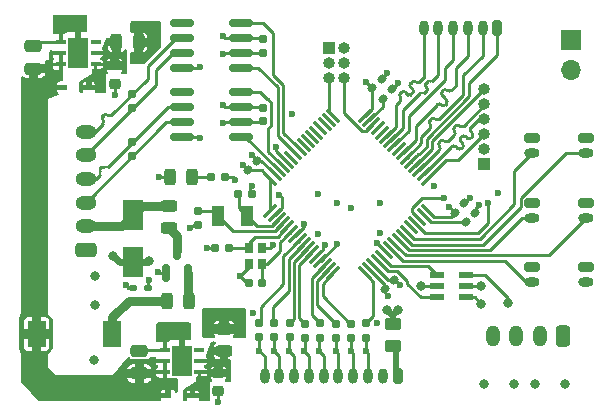
<source format=gbr>
%TF.GenerationSoftware,KiCad,Pcbnew,(6.0.8)*%
%TF.CreationDate,2024-11-24T14:12:11+01:00*%
%TF.ProjectId,WHEEL-07,57484545-4c2d-4303-972e-6b696361645f,rev?*%
%TF.SameCoordinates,Original*%
%TF.FileFunction,Copper,L1,Top*%
%TF.FilePolarity,Positive*%
%FSLAX46Y46*%
G04 Gerber Fmt 4.6, Leading zero omitted, Abs format (unit mm)*
G04 Created by KiCad (PCBNEW (6.0.8)) date 2024-11-24 14:12:11*
%MOMM*%
%LPD*%
G01*
G04 APERTURE LIST*
G04 Aperture macros list*
%AMRoundRect*
0 Rectangle with rounded corners*
0 $1 Rounding radius*
0 $2 $3 $4 $5 $6 $7 $8 $9 X,Y pos of 4 corners*
0 Add a 4 corners polygon primitive as box body*
4,1,4,$2,$3,$4,$5,$6,$7,$8,$9,$2,$3,0*
0 Add four circle primitives for the rounded corners*
1,1,$1+$1,$2,$3*
1,1,$1+$1,$4,$5*
1,1,$1+$1,$6,$7*
1,1,$1+$1,$8,$9*
0 Add four rect primitives between the rounded corners*
20,1,$1+$1,$2,$3,$4,$5,0*
20,1,$1+$1,$4,$5,$6,$7,0*
20,1,$1+$1,$6,$7,$8,$9,0*
20,1,$1+$1,$8,$9,$2,$3,0*%
G04 Aperture macros list end*
%TA.AperFunction,SMDPad,CuDef*%
%ADD10RoundRect,0.250000X-0.450000X0.262500X-0.450000X-0.262500X0.450000X-0.262500X0.450000X0.262500X0*%
%TD*%
%TA.AperFunction,SMDPad,CuDef*%
%ADD11RoundRect,0.155000X0.155000X-0.212500X0.155000X0.212500X-0.155000X0.212500X-0.155000X-0.212500X0*%
%TD*%
%TA.AperFunction,SMDPad,CuDef*%
%ADD12R,0.850000X0.300000*%
%TD*%
%TA.AperFunction,SMDPad,CuDef*%
%ADD13R,1.700000X2.500000*%
%TD*%
%TA.AperFunction,ComponentPad*%
%ADD14RoundRect,0.250000X0.350000X0.650000X-0.350000X0.650000X-0.350000X-0.650000X0.350000X-0.650000X0*%
%TD*%
%TA.AperFunction,ComponentPad*%
%ADD15O,1.200000X1.800000*%
%TD*%
%TA.AperFunction,ComponentPad*%
%ADD16RoundRect,0.200000X-0.450000X0.200000X-0.450000X-0.200000X0.450000X-0.200000X0.450000X0.200000X0*%
%TD*%
%TA.AperFunction,ComponentPad*%
%ADD17O,1.300000X0.800000*%
%TD*%
%TA.AperFunction,ComponentPad*%
%ADD18RoundRect,0.200000X0.200000X0.450000X-0.200000X0.450000X-0.200000X-0.450000X0.200000X-0.450000X0*%
%TD*%
%TA.AperFunction,ComponentPad*%
%ADD19O,0.800000X1.300000*%
%TD*%
%TA.AperFunction,SMDPad,CuDef*%
%ADD20RoundRect,0.140000X0.170000X-0.140000X0.170000X0.140000X-0.170000X0.140000X-0.170000X-0.140000X0*%
%TD*%
%TA.AperFunction,SMDPad,CuDef*%
%ADD21RoundRect,0.150000X0.825000X0.150000X-0.825000X0.150000X-0.825000X-0.150000X0.825000X-0.150000X0*%
%TD*%
%TA.AperFunction,SMDPad,CuDef*%
%ADD22RoundRect,0.160000X-0.160000X0.197500X-0.160000X-0.197500X0.160000X-0.197500X0.160000X0.197500X0*%
%TD*%
%TA.AperFunction,SMDPad,CuDef*%
%ADD23RoundRect,0.250000X0.475000X-0.250000X0.475000X0.250000X-0.475000X0.250000X-0.475000X-0.250000X0*%
%TD*%
%TA.AperFunction,SMDPad,CuDef*%
%ADD24RoundRect,0.155000X-0.040659X-0.259862X0.259862X0.040659X0.040659X0.259862X-0.259862X-0.040659X0*%
%TD*%
%TA.AperFunction,SMDPad,CuDef*%
%ADD25R,1.250000X0.600000*%
%TD*%
%TA.AperFunction,SMDPad,CuDef*%
%ADD26RoundRect,0.155000X0.212500X0.155000X-0.212500X0.155000X-0.212500X-0.155000X0.212500X-0.155000X0*%
%TD*%
%TA.AperFunction,SMDPad,CuDef*%
%ADD27RoundRect,0.155000X0.040659X0.259862X-0.259862X-0.040659X-0.040659X-0.259862X0.259862X0.040659X0*%
%TD*%
%TA.AperFunction,SMDPad,CuDef*%
%ADD28R,1.500000X2.200000*%
%TD*%
%TA.AperFunction,SMDPad,CuDef*%
%ADD29RoundRect,0.075000X-0.441942X-0.548008X0.548008X0.441942X0.441942X0.548008X-0.548008X-0.441942X0*%
%TD*%
%TA.AperFunction,SMDPad,CuDef*%
%ADD30RoundRect,0.075000X0.441942X-0.548008X0.548008X-0.441942X-0.441942X0.548008X-0.548008X0.441942X0*%
%TD*%
%TA.AperFunction,SMDPad,CuDef*%
%ADD31RoundRect,0.155000X-0.155000X0.212500X-0.155000X-0.212500X0.155000X-0.212500X0.155000X0.212500X0*%
%TD*%
%TA.AperFunction,ComponentPad*%
%ADD32R,1.700000X1.700000*%
%TD*%
%TA.AperFunction,ComponentPad*%
%ADD33O,1.700000X1.700000*%
%TD*%
%TA.AperFunction,SMDPad,CuDef*%
%ADD34R,0.600000X0.450000*%
%TD*%
%TA.AperFunction,SMDPad,CuDef*%
%ADD35RoundRect,0.243750X-0.456250X0.243750X-0.456250X-0.243750X0.456250X-0.243750X0.456250X0.243750X0*%
%TD*%
%TA.AperFunction,SMDPad,CuDef*%
%ADD36RoundRect,0.243750X-0.243750X-0.456250X0.243750X-0.456250X0.243750X0.456250X-0.243750X0.456250X0*%
%TD*%
%TA.AperFunction,SMDPad,CuDef*%
%ADD37RoundRect,0.225000X-0.250000X0.225000X-0.250000X-0.225000X0.250000X-0.225000X0.250000X0.225000X0*%
%TD*%
%TA.AperFunction,SMDPad,CuDef*%
%ADD38RoundRect,0.160000X0.160000X-0.197500X0.160000X0.197500X-0.160000X0.197500X-0.160000X-0.197500X0*%
%TD*%
%TA.AperFunction,SMDPad,CuDef*%
%ADD39R,0.800000X0.900000*%
%TD*%
%TA.AperFunction,SMDPad,CuDef*%
%ADD40R,1.000000X1.800000*%
%TD*%
%TA.AperFunction,SMDPad,CuDef*%
%ADD41RoundRect,0.155000X-0.212500X-0.155000X0.212500X-0.155000X0.212500X0.155000X-0.212500X0.155000X0*%
%TD*%
%TA.AperFunction,SMDPad,CuDef*%
%ADD42RoundRect,0.150000X0.150000X-0.587500X0.150000X0.587500X-0.150000X0.587500X-0.150000X-0.587500X0*%
%TD*%
%TA.AperFunction,ComponentPad*%
%ADD43R,1.000000X1.000000*%
%TD*%
%TA.AperFunction,ComponentPad*%
%ADD44O,1.000000X1.000000*%
%TD*%
%TA.AperFunction,SMDPad,CuDef*%
%ADD45RoundRect,0.160000X0.197500X0.160000X-0.197500X0.160000X-0.197500X-0.160000X0.197500X-0.160000X0*%
%TD*%
%TA.AperFunction,SMDPad,CuDef*%
%ADD46R,1.800000X2.500000*%
%TD*%
%TA.AperFunction,SMDPad,CuDef*%
%ADD47RoundRect,0.243750X0.243750X0.456250X-0.243750X0.456250X-0.243750X-0.456250X0.243750X-0.456250X0*%
%TD*%
%TA.AperFunction,ComponentPad*%
%ADD48RoundRect,0.250000X0.650000X-0.350000X0.650000X0.350000X-0.650000X0.350000X-0.650000X-0.350000X0*%
%TD*%
%TA.AperFunction,ComponentPad*%
%ADD49O,1.800000X1.200000*%
%TD*%
%TA.AperFunction,ViaPad*%
%ADD50C,0.800000*%
%TD*%
%TA.AperFunction,ViaPad*%
%ADD51C,0.600000*%
%TD*%
%TA.AperFunction,Conductor*%
%ADD52C,0.250000*%
%TD*%
%TA.AperFunction,Conductor*%
%ADD53C,0.500000*%
%TD*%
%TA.AperFunction,Conductor*%
%ADD54C,0.600000*%
%TD*%
%TA.AperFunction,Conductor*%
%ADD55C,0.800000*%
%TD*%
G04 APERTURE END LIST*
D10*
%TO.P,R7,1*%
%TO.N,+3.3V*%
X181000000Y-77975000D03*
%TO.P,R7,2*%
%TO.N,Net-(J12-Pad1)*%
X181000000Y-79800000D03*
%TD*%
D11*
%TO.P,C21,2*%
%TO.N,+5V*%
X170000000Y-59632500D03*
%TO.P,C21,1*%
%TO.N,GND*%
X170000000Y-60767500D03*
%TD*%
%TO.P,C20,2*%
%TO.N,+5V*%
X170000000Y-53832500D03*
%TO.P,C20,1*%
%TO.N,GND*%
X170000000Y-54967500D03*
%TD*%
D12*
%TO.P,IC1,1,GND*%
%TO.N,GND*%
X161677400Y-80126800D03*
%TO.P,IC1,2,EN*%
%TO.N,+12V*%
X161677400Y-81076800D03*
%TO.P,IC1,3,VIN*%
X161677400Y-82026800D03*
%TO.P,IC1,4,VOUT*%
%TO.N,/POWER/3V3PREFUSE*%
X164577400Y-82026800D03*
%TO.P,IC1,5,VSENSE*%
X164577400Y-81076800D03*
%TO.P,IC1,6,ADJ/NC*%
%TO.N,unconnected-(IC1-Pad6)*%
X164577400Y-80126800D03*
D13*
%TO.P,IC1,7,EP*%
%TO.N,GND*%
X163127400Y-81076800D03*
%TD*%
D14*
%TO.P,J5,1,Pin_1*%
%TO.N,PADDLE1_IN*%
X195405000Y-78930000D03*
D15*
%TO.P,J5,2,Pin_2*%
%TO.N,GND*%
X193405000Y-78930000D03*
%TO.P,J5,3,Pin_3*%
%TO.N,PADDLE2_IN*%
X191405000Y-78930000D03*
%TO.P,J5,4,Pin_4*%
%TO.N,GND*%
X189405000Y-78930000D03*
%TD*%
D12*
%TO.P,IC2,1,GND_1*%
%TO.N,GND*%
X152889000Y-54062000D03*
%TO.P,IC2,2,EN*%
%TO.N,+12V*%
X152889000Y-55012000D03*
%TO.P,IC2,3,VIN*%
X152889000Y-55962000D03*
%TO.P,IC2,4,VOUT*%
%TO.N,/POWER/5VPREFUSE*%
X155789000Y-55962000D03*
%TO.P,IC2,5,VSENSE*%
X155789000Y-55012000D03*
%TO.P,IC2,6,ADJ*%
%TO.N,unconnected-(IC2-Pad6)*%
X155789000Y-54062000D03*
D13*
%TO.P,IC2,7,GND_2*%
%TO.N,GND*%
X154339000Y-55012000D03*
%TD*%
D16*
%TO.P,J7,1,Pin_1*%
%TO.N,GND*%
X197358000Y-73152000D03*
D17*
%TO.P,J7,2,Pin_2*%
%TO.N,GPIO_3*%
X197358000Y-74402000D03*
%TD*%
D18*
%TO.P,J17,1,Pin_1*%
%TO.N,TIM3_CH1*%
X189815000Y-52890000D03*
D19*
%TO.P,J17,2,Pin_2*%
%TO.N,TIM3_CH2*%
X188565000Y-52890000D03*
%TO.P,J17,3,Pin_3*%
%TO.N,TIM3_CH3*%
X187315000Y-52890000D03*
%TO.P,J17,4,Pin_4*%
%TO.N,TIM1_CH1*%
X186065000Y-52890000D03*
%TO.P,J17,5,Pin_5*%
%TO.N,TIM1_CH2*%
X184815000Y-52890000D03*
%TO.P,J17,6,Pin_6*%
%TO.N,TIM1_CH3*%
X183565000Y-52890000D03*
%TD*%
D20*
%TO.P,C17,1*%
%TO.N,Net-(C17-Pad1)*%
X159000000Y-75880000D03*
%TO.P,C17,2*%
%TO.N,GND*%
X159000000Y-74920000D03*
%TD*%
D21*
%TO.P,U2,1,TXD*%
%TO.N,CAN1_TX*%
X168083000Y-62103000D03*
%TO.P,U2,2,VSS*%
%TO.N,GND*%
X168083000Y-60833000D03*
%TO.P,U2,3,VDD*%
%TO.N,+5V*%
X168083000Y-59563000D03*
%TO.P,U2,4,RXD*%
%TO.N,CAN1_RX*%
X168083000Y-58293000D03*
%TO.P,U2,5,SPLIT*%
%TO.N,unconnected-(U2-Pad5)*%
X163133000Y-58293000D03*
%TO.P,U2,6,CANL*%
%TO.N,/CAN_BUS/CAN1_L*%
X163133000Y-59563000D03*
%TO.P,U2,7,CANH*%
%TO.N,/CAN_BUS/CAN1_H*%
X163133000Y-60833000D03*
%TO.P,U2,8,STBY*%
%TO.N,GND*%
X163133000Y-62103000D03*
%TD*%
D22*
%TO.P,R18,1*%
%TO.N,ADC_A3*%
X172219256Y-77889544D03*
%TO.P,R18,2*%
%TO.N,Net-(C27-Pad1)*%
X172219256Y-79084544D03*
%TD*%
D23*
%TO.P,C13,1*%
%TO.N,+12V*%
X150529000Y-56322000D03*
%TO.P,C13,2*%
%TO.N,GND*%
X150529000Y-54422000D03*
%TD*%
D22*
%TO.P,R16,1*%
%TO.N,ADC_A1*%
X169621200Y-77895072D03*
%TO.P,R16,2*%
%TO.N,Net-(C25-Pad1)*%
X169621200Y-79090072D03*
%TD*%
%TO.P,R6,1*%
%TO.N,/CAN_BUS/CAN2_L*%
X158900000Y-58502500D03*
%TO.P,R6,2*%
%TO.N,/CAN_BUS/CAN2_H*%
X158900000Y-59697500D03*
%TD*%
D24*
%TO.P,C35,1*%
%TO.N,+3.3V*%
X179207234Y-57977966D03*
%TO.P,C35,2*%
%TO.N,GND*%
X180009800Y-57175400D03*
%TD*%
D21*
%TO.P,U3,1,TXD*%
%TO.N,CAN2_TX*%
X168083000Y-56261000D03*
%TO.P,U3,2,VSS*%
%TO.N,GND*%
X168083000Y-54991000D03*
%TO.P,U3,3,VDD*%
%TO.N,+5V*%
X168083000Y-53721000D03*
%TO.P,U3,4,RXD*%
%TO.N,CAN2_RX*%
X168083000Y-52451000D03*
%TO.P,U3,5,SPLIT*%
%TO.N,unconnected-(U3-Pad5)*%
X163133000Y-52451000D03*
%TO.P,U3,6,CANL*%
%TO.N,/CAN_BUS/CAN2_L*%
X163133000Y-53721000D03*
%TO.P,U3,7,CANH*%
%TO.N,/CAN_BUS/CAN2_H*%
X163133000Y-54991000D03*
%TO.P,U3,8,STBY*%
%TO.N,GND*%
X163133000Y-56261000D03*
%TD*%
D25*
%TO.P,IC4,1,A1*%
%TO.N,Net-(C23-Pad1)*%
X187198000Y-75692000D03*
%TO.P,IC4,2,GND*%
%TO.N,GND*%
X187198000Y-74742000D03*
%TO.P,IC4,3,IN_A2*%
%TO.N,Net-(C24-Pad1)*%
X187198000Y-73792000D03*
%TO.P,IC4,4,Y2*%
%TO.N,GPIO_2*%
X184698000Y-73792000D03*
%TO.P,IC4,5,VCC*%
%TO.N,+3.3V*%
X184698000Y-74742000D03*
%TO.P,IC4,6,Y1*%
%TO.N,GPIO_1*%
X184698000Y-75692000D03*
%TD*%
D26*
%TO.P,C4,1*%
%TO.N,OSC_OUT*%
X169883900Y-74472800D03*
%TO.P,C4,2*%
%TO.N,GND*%
X168748900Y-74472800D03*
%TD*%
D24*
%TO.P,C37,1*%
%TO.N,+3.3V*%
X186212517Y-68549483D03*
%TO.P,C37,2*%
%TO.N,GND*%
X187015083Y-67746917D03*
%TD*%
D27*
%TO.P,C36,1*%
%TO.N,+3.3V*%
X181096883Y-74223917D03*
%TO.P,C36,2*%
%TO.N,GND*%
X180294317Y-75026483D03*
%TD*%
D28*
%TO.P,L2,1*%
%TO.N,+12V*%
X150800000Y-78800000D03*
%TO.P,L2,2*%
%TO.N,Net-(C17-Pad1)*%
X157200000Y-78800000D03*
%TD*%
D20*
%TO.P,C18,1*%
%TO.N,Net-(C17-Pad1)*%
X160200000Y-75880000D03*
%TO.P,C18,2*%
%TO.N,GND*%
X160200000Y-74920000D03*
%TD*%
D29*
%TO.P,U1,1,VBAT*%
%TO.N,+3.3V*%
X170591700Y-68356700D03*
%TO.P,U1,2,PC13*%
%TO.N,LED_STATUS*%
X170945253Y-68710253D03*
%TO.P,U1,3,PC14*%
%TO.N,OSC32_IN*%
X171298806Y-69063806D03*
%TO.P,U1,4,PC15*%
%TO.N,OSC32_OUT*%
X171652360Y-69417360D03*
%TO.P,U1,5,PH0*%
%TO.N,OSC_IN*%
X172005913Y-69770913D03*
%TO.P,U1,6,PH1*%
%TO.N,OSC_OUT*%
X172359467Y-70124467D03*
%TO.P,U1,7,NRST*%
%TO.N,NRST*%
X172713020Y-70478020D03*
%TO.P,U1,8,PC0*%
%TO.N,ADC_A1*%
X173066573Y-70831573D03*
%TO.P,U1,9,PC1*%
%TO.N,ADC_A2*%
X173420127Y-71185127D03*
%TO.P,U1,10,PC2*%
%TO.N,ADC_A3*%
X173773680Y-71538680D03*
%TO.P,U1,11,PC3*%
%TO.N,ADC_A4*%
X174127233Y-71892233D03*
%TO.P,U1,12,VSSA*%
%TO.N,GND*%
X174480787Y-72245787D03*
%TO.P,U1,13,VDDA*%
%TO.N,+3.3VA*%
X174834340Y-72599340D03*
%TO.P,U1,14,PA0*%
%TO.N,ADC_B1*%
X175187894Y-72952894D03*
%TO.P,U1,15,PA1*%
%TO.N,ADC_B2*%
X175541447Y-73306447D03*
%TO.P,U1,16,PA2*%
%TO.N,ADC_B3*%
X175895000Y-73660000D03*
D30*
%TO.P,U1,17,PA3*%
%TO.N,ADC_B4*%
X178617362Y-73660000D03*
%TO.P,U1,18,VSS*%
%TO.N,GND*%
X178970915Y-73306447D03*
%TO.P,U1,19,VDD*%
%TO.N,+3.3V*%
X179324468Y-72952894D03*
%TO.P,U1,20,PA4*%
%TO.N,GPIO_1*%
X179678022Y-72599340D03*
%TO.P,U1,21,PA5*%
%TO.N,GPIO_2*%
X180031575Y-72245787D03*
%TO.P,U1,22,PA6*%
%TO.N,GPIO_3*%
X180385129Y-71892233D03*
%TO.P,U1,23,PA7*%
%TO.N,GPIO_4*%
X180738682Y-71538680D03*
%TO.P,U1,24,PC4*%
%TO.N,GPIO_5*%
X181092235Y-71185127D03*
%TO.P,U1,25,PC5*%
%TO.N,GPIO_6*%
X181445789Y-70831573D03*
%TO.P,U1,26,PB0*%
%TO.N,GPIO_7*%
X181799342Y-70478020D03*
%TO.P,U1,27,PB1*%
%TO.N,GPIO_8*%
X182152895Y-70124467D03*
%TO.P,U1,28,PB2*%
%TO.N,unconnected-(U1-Pad28)*%
X182506449Y-69770913D03*
%TO.P,U1,29,PB10*%
%TO.N,I2C2_SCL*%
X182860002Y-69417360D03*
%TO.P,U1,30,PB11*%
%TO.N,I2C2_SDA*%
X183213556Y-69063806D03*
%TO.P,U1,31,VCAP_1*%
%TO.N,Net-(C1-Pad1)*%
X183567109Y-68710253D03*
%TO.P,U1,32,VDD*%
%TO.N,+3.3V*%
X183920662Y-68356700D03*
D29*
%TO.P,U1,33,PB12*%
%TO.N,SPI_CS*%
X183920662Y-65634338D03*
%TO.P,U1,34,PB13*%
%TO.N,SPI2_SCK*%
X183567109Y-65280785D03*
%TO.P,U1,35,PB14*%
%TO.N,SPI2_MISO*%
X183213556Y-64927232D03*
%TO.P,U1,36,PB15*%
%TO.N,SPI2_MOSI*%
X182860002Y-64573678D03*
%TO.P,U1,37,PC6*%
%TO.N,TIM3_CH1*%
X182506449Y-64220125D03*
%TO.P,U1,38,PC7*%
%TO.N,TIM3_CH2*%
X182152895Y-63866571D03*
%TO.P,U1,39,PC8*%
%TO.N,TIM3_CH3*%
X181799342Y-63513018D03*
%TO.P,U1,40,PC9*%
%TO.N,unconnected-(U1-Pad40)*%
X181445789Y-63159465D03*
%TO.P,U1,41,PA8*%
%TO.N,TIM1_CH1*%
X181092235Y-62805911D03*
%TO.P,U1,42,PA9*%
%TO.N,TIM1_CH2*%
X180738682Y-62452358D03*
%TO.P,U1,43,PA10*%
%TO.N,TIM1_CH3*%
X180385129Y-62098805D03*
%TO.P,U1,44,PA11*%
%TO.N,unconnected-(U1-Pad44)*%
X180031575Y-61745251D03*
%TO.P,U1,45,PA12*%
%TO.N,unconnected-(U1-Pad45)*%
X179678022Y-61391698D03*
%TO.P,U1,46,PA13*%
%TO.N,SWDIO*%
X179324468Y-61038144D03*
%TO.P,U1,47,VCAP_2*%
%TO.N,Net-(C2-Pad1)*%
X178970915Y-60684591D03*
%TO.P,U1,48,VDD*%
%TO.N,+3.3V*%
X178617362Y-60331038D03*
D30*
%TO.P,U1,49,PA14*%
%TO.N,SWCLK*%
X175895000Y-60331038D03*
%TO.P,U1,50,PA15*%
%TO.N,unconnected-(U1-Pad50)*%
X175541447Y-60684591D03*
%TO.P,U1,51,PC10*%
%TO.N,USART_TX*%
X175187894Y-61038144D03*
%TO.P,U1,52,PC11*%
%TO.N,USART_RX*%
X174834340Y-61391698D03*
%TO.P,U1,53,PC12*%
%TO.N,USART_CK*%
X174480787Y-61745251D03*
%TO.P,U1,54,PD2*%
%TO.N,unconnected-(U1-Pad54)*%
X174127233Y-62098805D03*
%TO.P,U1,55,PB3*%
%TO.N,SWO*%
X173773680Y-62452358D03*
%TO.P,U1,56,PB4*%
%TO.N,unconnected-(U1-Pad56)*%
X173420127Y-62805911D03*
%TO.P,U1,57,PB5*%
%TO.N,CAN2_RX*%
X173066573Y-63159465D03*
%TO.P,U1,58,PB6*%
%TO.N,CAN2_TX*%
X172713020Y-63513018D03*
%TO.P,U1,59,PB7*%
%TO.N,unconnected-(U1-Pad59)*%
X172359467Y-63866571D03*
%TO.P,U1,60,BOOT0*%
%TO.N,BOOT0*%
X172005913Y-64220125D03*
%TO.P,U1,61,PB8*%
%TO.N,CAN1_RX*%
X171652360Y-64573678D03*
%TO.P,U1,62,PB9*%
%TO.N,CAN1_TX*%
X171298806Y-64927232D03*
%TO.P,U1,63,VSS*%
%TO.N,GND*%
X170945253Y-65280785D03*
%TO.P,U1,64,VDD*%
%TO.N,+3.3V*%
X170591700Y-65634338D03*
%TD*%
D31*
%TO.P,C6,1*%
%TO.N,OSC32_OUT*%
X164465000Y-68393500D03*
%TO.P,C6,2*%
%TO.N,GND*%
X164465000Y-69528500D03*
%TD*%
D32*
%TO.P,J16,1,Pin_1*%
%TO.N,GND*%
X196088000Y-53898800D03*
D33*
%TO.P,J16,2,Pin_2*%
%TO.N,+3.3V*%
X196088000Y-56438800D03*
%TD*%
D34*
%TO.P,D2,1,K*%
%TO.N,+12V*%
X153128000Y-57912000D03*
%TO.P,D2,2,A*%
%TO.N,/POWER/5VPREFUSE*%
X155228000Y-57912000D03*
%TD*%
D22*
%TO.P,R24,1*%
%TO.N,ADC_A4*%
X173518284Y-77911656D03*
%TO.P,R24,2*%
%TO.N,Net-(C32-Pad1)*%
X173518284Y-79106656D03*
%TD*%
D23*
%TO.P,C16,1*%
%TO.N,+12V*%
X159500000Y-82128400D03*
%TO.P,C16,2*%
%TO.N,GND*%
X159500000Y-80228400D03*
%TD*%
D22*
%TO.P,R22,1*%
%TO.N,ADC_B3*%
X177415368Y-77922712D03*
%TO.P,R22,2*%
%TO.N,Net-(C30-Pad1)*%
X177415368Y-79117712D03*
%TD*%
D35*
%TO.P,F3,1*%
%TO.N,+3.3V*%
X166674800Y-78361300D03*
%TO.P,F3,2*%
%TO.N,/POWER/3V3PREFUSE*%
X166674800Y-80236300D03*
%TD*%
D36*
%TO.P,D1,1,K*%
%TO.N,GND*%
X162107400Y-65481200D03*
%TO.P,D1,2,A*%
%TO.N,Net-(D1-Pad2)*%
X163982400Y-65481200D03*
%TD*%
D37*
%TO.P,C14,1*%
%TO.N,/POWER/5VPREFUSE*%
X157400000Y-56050000D03*
%TO.P,C14,2*%
%TO.N,GND*%
X157400000Y-57600000D03*
%TD*%
D36*
%TO.P,FB1,1*%
%TO.N,Net-(C17-Pad1)*%
X161825000Y-76000000D03*
%TO.P,FB1,2*%
%TO.N,Net-(FB1-Pad2)*%
X163700000Y-76000000D03*
%TD*%
D37*
%TO.P,C19,1*%
%TO.N,/POWER/3V3PREFUSE*%
X166188400Y-82114800D03*
%TO.P,C19,2*%
%TO.N,GND*%
X166188400Y-83664800D03*
%TD*%
D38*
%TO.P,R4,1*%
%TO.N,/CAN_BUS/CAN1_H*%
X158900000Y-63747500D03*
%TO.P,R4,2*%
%TO.N,/CAN_BUS/CAN1_L*%
X158900000Y-62552500D03*
%TD*%
D24*
%TO.P,C34,1*%
%TO.N,+3.3V*%
X168666234Y-64912166D03*
%TO.P,C34,2*%
%TO.N,GND*%
X169468800Y-64109600D03*
%TD*%
D22*
%TO.P,R17,1*%
%TO.N,ADC_A2*%
X170920228Y-77884016D03*
%TO.P,R17,2*%
%TO.N,Net-(C26-Pad1)*%
X170920228Y-79079016D03*
%TD*%
D34*
%TO.P,D3,1,K*%
%TO.N,+12V*%
X161916400Y-84023200D03*
%TO.P,D3,2,A*%
%TO.N,/POWER/3V3PREFUSE*%
X164016400Y-84023200D03*
%TD*%
D16*
%TO.P,J14,1,Pin_1*%
%TO.N,GND*%
X197358000Y-62240000D03*
D17*
%TO.P,J14,2,Pin_2*%
%TO.N,GPIO_7*%
X197358000Y-63490000D03*
%TD*%
D16*
%TO.P,J10,1,Pin_1*%
%TO.N,GND*%
X192786000Y-67701000D03*
D17*
%TO.P,J10,2,Pin_2*%
%TO.N,GPIO_6*%
X192786000Y-68951000D03*
%TD*%
D39*
%TO.P,Y1,1,1*%
%TO.N,OSC_IN*%
X168766400Y-71486800D03*
%TO.P,Y1,2,2*%
%TO.N,GND*%
X168766400Y-72886800D03*
%TO.P,Y1,3,3*%
%TO.N,OSC_OUT*%
X169866400Y-72886800D03*
%TO.P,Y1,4,4*%
%TO.N,GND*%
X169866400Y-71486800D03*
%TD*%
D40*
%TO.P,Y2,1,1*%
%TO.N,OSC32_IN*%
X168636000Y-68834000D03*
%TO.P,Y2,2,2*%
%TO.N,OSC32_OUT*%
X166136000Y-68834000D03*
%TD*%
D41*
%TO.P,C5,1*%
%TO.N,OSC32_IN*%
X167862500Y-66929000D03*
%TO.P,C5,2*%
%TO.N,GND*%
X168997500Y-66929000D03*
%TD*%
D22*
%TO.P,R21,1*%
%TO.N,ADC_B2*%
X176116340Y-77917184D03*
%TO.P,R21,2*%
%TO.N,Net-(C29-Pad1)*%
X176116340Y-79112184D03*
%TD*%
%TO.P,R20,1*%
%TO.N,ADC_B1*%
X174817312Y-77906128D03*
%TO.P,R20,2*%
%TO.N,Net-(C28-Pad1)*%
X174817312Y-79101128D03*
%TD*%
D18*
%TO.P,J12,1,Pin_1*%
%TO.N,Net-(J12-Pad1)*%
X181357600Y-82346800D03*
D19*
%TO.P,J12,2,Pin_2*%
%TO.N,GND*%
X180107600Y-82346800D03*
%TO.P,J12,3,Pin_3*%
%TO.N,Net-(C31-Pad1)*%
X178857600Y-82346800D03*
%TO.P,J12,4,Pin_4*%
%TO.N,Net-(C30-Pad1)*%
X177607600Y-82346800D03*
%TO.P,J12,5,Pin_5*%
%TO.N,Net-(C29-Pad1)*%
X176357600Y-82346800D03*
%TO.P,J12,6,Pin_6*%
%TO.N,Net-(C28-Pad1)*%
X175107600Y-82346800D03*
%TO.P,J12,7,Pin_7*%
%TO.N,Net-(C32-Pad1)*%
X173857600Y-82346800D03*
%TO.P,J12,8,Pin_8*%
%TO.N,Net-(C27-Pad1)*%
X172607600Y-82346800D03*
%TO.P,J12,9,Pin_9*%
%TO.N,Net-(C26-Pad1)*%
X171357600Y-82346800D03*
%TO.P,J12,10,Pin_10*%
%TO.N,Net-(C25-Pad1)*%
X170107600Y-82346800D03*
%TD*%
D42*
%TO.P,Q1,1,G*%
%TO.N,GND*%
X161750000Y-73637500D03*
%TO.P,Q1,2,S*%
%TO.N,Net-(FB1-Pad2)*%
X163650000Y-73637500D03*
%TO.P,Q1,3,D*%
%TO.N,Net-(F1-Pad2)*%
X162700000Y-71762500D03*
%TD*%
D43*
%TO.P,J11,1,Pin_1*%
%TO.N,+3.3V*%
X175524000Y-54605000D03*
D44*
%TO.P,J11,2,Pin_2*%
%TO.N,GND*%
X176794000Y-54605000D03*
%TO.P,J11,3,Pin_3*%
%TO.N,unconnected-(J11-Pad3)*%
X175524000Y-55875000D03*
%TO.P,J11,4,Pin_4*%
%TO.N,NRST*%
X176794000Y-55875000D03*
%TO.P,J11,5,Pin_5*%
%TO.N,SWCLK*%
X175524000Y-57145000D03*
%TO.P,J11,6,Pin_6*%
%TO.N,SWDIO*%
X176794000Y-57145000D03*
%TD*%
D45*
%TO.P,R5,1*%
%TO.N,LED_STATUS*%
X166776400Y-65532000D03*
%TO.P,R5,2*%
%TO.N,Net-(D1-Pad2)*%
X165581400Y-65532000D03*
%TD*%
D16*
%TO.P,J8,1,Pin_1*%
%TO.N,GND*%
X192786000Y-73152000D03*
D17*
%TO.P,J8,2,Pin_2*%
%TO.N,GPIO_4*%
X192786000Y-74402000D03*
%TD*%
D24*
%TO.P,C1,1*%
%TO.N,Net-(C1-Pad1)*%
X187152317Y-69336883D03*
%TO.P,C1,2*%
%TO.N,GND*%
X187954883Y-68534317D03*
%TD*%
D16*
%TO.P,J9,1,Pin_1*%
%TO.N,GND*%
X197358000Y-67696000D03*
D17*
%TO.P,J9,2,Pin_2*%
%TO.N,GPIO_5*%
X197358000Y-68946000D03*
%TD*%
D22*
%TO.P,R23,1*%
%TO.N,ADC_B4*%
X178714400Y-77900600D03*
%TO.P,R23,2*%
%TO.N,Net-(C31-Pad1)*%
X178714400Y-79095600D03*
%TD*%
D26*
%TO.P,C3,1*%
%TO.N,OSC_IN*%
X167081200Y-71475600D03*
%TO.P,C3,2*%
%TO.N,GND*%
X165946200Y-71475600D03*
%TD*%
D35*
%TO.P,F1,1*%
%TO.N,12V_CONN*%
X162000000Y-67962500D03*
%TO.P,F1,2*%
%TO.N,Net-(F1-Pad2)*%
X162000000Y-69837500D03*
%TD*%
D16*
%TO.P,J15,1,Pin_1*%
%TO.N,GND*%
X192786000Y-62230000D03*
D17*
%TO.P,J15,2,Pin_2*%
%TO.N,GPIO_8*%
X192786000Y-63480000D03*
%TD*%
D46*
%TO.P,D4,1,A1*%
%TO.N,GND*%
X159000000Y-72700000D03*
%TO.P,D4,2,A2*%
%TO.N,12V_CONN*%
X159000000Y-68700000D03*
%TD*%
D24*
%TO.P,C2,1*%
%TO.N,Net-(C2-Pad1)*%
X180096234Y-58866966D03*
%TO.P,C2,2*%
%TO.N,GND*%
X180898800Y-58064400D03*
%TD*%
D43*
%TO.P,J2,1,Pin_1*%
%TO.N,I2C2_SCL*%
X188722000Y-64389000D03*
D44*
%TO.P,J2,2,Pin_2*%
%TO.N,I2C2_SDA*%
X188722000Y-63119000D03*
%TO.P,J2,3,Pin_3*%
%TO.N,SPI_CS*%
X188722000Y-61849000D03*
%TO.P,J2,4,Pin_4*%
%TO.N,SPI2_SCK*%
X188722000Y-60579000D03*
%TO.P,J2,5,Pin_5*%
%TO.N,SPI2_MISO*%
X188722000Y-59309000D03*
%TO.P,J2,6,Pin_6*%
%TO.N,SPI2_MOSI*%
X188722000Y-58039000D03*
%TD*%
D47*
%TO.P,F2,1*%
%TO.N,+5V*%
X159437500Y-54100000D03*
%TO.P,F2,2*%
%TO.N,/POWER/5VPREFUSE*%
X157562500Y-54100000D03*
%TD*%
D48*
%TO.P,J1,1,Pin_1*%
%TO.N,GND*%
X154953200Y-71675000D03*
D49*
%TO.P,J1,2,Pin_2*%
%TO.N,12V_CONN*%
X154953200Y-69675000D03*
%TO.P,J1,3,Pin_3*%
%TO.N,/CAN_BUS/CAN1_H*%
X154953200Y-67675000D03*
%TO.P,J1,4,Pin_4*%
%TO.N,/CAN_BUS/CAN1_L*%
X154953200Y-65675000D03*
%TO.P,J1,5,Pin_5*%
%TO.N,/CAN_BUS/CAN2_H*%
X154953200Y-63675000D03*
%TO.P,J1,6,Pin_6*%
%TO.N,/CAN_BUS/CAN2_L*%
X154953200Y-61675000D03*
%TD*%
D50*
%TO.N,+3.3V*%
X181400000Y-76800000D03*
X180500000Y-76800000D03*
%TO.N,GND*%
X155690000Y-80990000D03*
D51*
X169037000Y-66294000D03*
X153963332Y-52197000D03*
X169139678Y-77038072D03*
X166624000Y-55118000D03*
D50*
X188722000Y-83058000D03*
D51*
X163372800Y-78943200D03*
X163415000Y-78261800D03*
X154584400Y-52878400D03*
X157400000Y-58526800D03*
X161188400Y-65481200D03*
X162709532Y-78943200D03*
X152594600Y-52878400D03*
D50*
X155760000Y-76370000D03*
D51*
X172466000Y-60198000D03*
X165201600Y-71475600D03*
X153921132Y-52878400D03*
X164600000Y-56200000D03*
D50*
X155750000Y-73850000D03*
D51*
X153257866Y-52878400D03*
X179590539Y-77907639D03*
X163830000Y-69850000D03*
X161383000Y-78943200D03*
X181386517Y-57576683D03*
X179882800Y-70256400D03*
X170789600Y-71272400D03*
X162751732Y-78261800D03*
X166624000Y-60960000D03*
D50*
X193040000Y-83058000D03*
X160320000Y-72640000D03*
X157300000Y-72170000D03*
D51*
X161100000Y-73550000D03*
X161425200Y-78261800D03*
X164600000Y-62200000D03*
X180497517Y-56687683D03*
X188259800Y-67884800D03*
X169016717Y-63647283D03*
X167995600Y-73863200D03*
X166188400Y-84591600D03*
X187502800Y-67259200D03*
X153300066Y-52197000D03*
X152636800Y-52197000D03*
X176225200Y-67665600D03*
D50*
X188468000Y-74742000D03*
D51*
X162088466Y-78261800D03*
X175226422Y-71288273D03*
X180594000Y-75590400D03*
X154626600Y-52197000D03*
X160360000Y-74260000D03*
X174650400Y-70307200D03*
X158340000Y-74680000D03*
X162046266Y-78943200D03*
%TO.N,+3.3V*%
X165252400Y-77063600D03*
X168097200Y-77876400D03*
X168097200Y-78587600D03*
D50*
X195580000Y-83058000D03*
D51*
X181559200Y-74625200D03*
X167115066Y-77063600D03*
X177393600Y-68122800D03*
D50*
X183388000Y-74742000D03*
D51*
X179882800Y-67665600D03*
D50*
X191262000Y-83058000D03*
D51*
X189890400Y-66852800D03*
X174650400Y-66954400D03*
X178719517Y-57449683D03*
X168046400Y-77063600D03*
X166183733Y-77063600D03*
X185724800Y-68021200D03*
X165252400Y-78638400D03*
X168254717Y-64460083D03*
X165269800Y-77875100D03*
X184454800Y-66294000D03*
%TO.N,+3.3VA*%
X176276000Y-71170800D03*
D50*
%TO.N,+12V*%
X150590000Y-73770000D03*
X150650000Y-76380000D03*
X150710000Y-83160000D03*
X150730000Y-80880000D03*
D51*
%TO.N,+5V*%
X160000000Y-52675000D03*
X160000000Y-55450000D03*
X166624000Y-53594000D03*
X160840000Y-54360000D03*
X160840000Y-52680000D03*
X166624000Y-59436000D03*
X160840000Y-53490000D03*
X159175000Y-55450000D03*
X159175000Y-52650000D03*
D50*
%TO.N,Net-(C23-Pad1)*%
X188468000Y-76266000D03*
%TO.N,Net-(C24-Pad1)*%
X190754000Y-76200000D03*
D51*
%TO.N,I2C2_SCL*%
X189028333Y-67664435D03*
%TO.N,I2C2_SDA*%
X185318400Y-67310000D03*
%TO.N,GPIO_3*%
X179616817Y-71123922D03*
%TO.N,NRST*%
X173482000Y-69469000D03*
%TO.N,Net-(C31-Pad1)*%
X178689000Y-80264000D03*
%TO.N,Net-(C30-Pad1)*%
X177419000Y-80264000D03*
%TO.N,Net-(C29-Pad1)*%
X176149000Y-80264000D03*
%TO.N,Net-(C28-Pad1)*%
X174752000Y-80264000D03*
%TO.N,Net-(C32-Pad1)*%
X173482000Y-80264000D03*
%TO.N,Net-(C27-Pad1)*%
X172212000Y-80264000D03*
%TO.N,Net-(C26-Pad1)*%
X170942000Y-80264000D03*
%TO.N,Net-(C25-Pad1)*%
X169672000Y-80264000D03*
%TO.N,BOOT0*%
X171058500Y-62992000D03*
%TO.N,LED_STATUS*%
X171348400Y-67005200D03*
X167640000Y-65735200D03*
%TD*%
D52*
%TO.N,CAN1_RX*%
X170635000Y-59221177D02*
X170635000Y-61178823D01*
X170433500Y-61380323D02*
X170433500Y-63354818D01*
X170353823Y-58940000D02*
X170635000Y-59221177D01*
X170340000Y-58940000D02*
X170353823Y-58940000D01*
X170635000Y-61178823D02*
X170433500Y-61380323D01*
X169693000Y-58293000D02*
X170340000Y-58940000D01*
X170433500Y-63354818D02*
X171652360Y-64573678D01*
X168083000Y-58293000D02*
X169693000Y-58293000D01*
%TO.N,GND*%
X169934500Y-60833000D02*
X170000000Y-60767500D01*
X168083000Y-60833000D02*
X169934500Y-60833000D01*
%TO.N,+5V*%
X169930500Y-59563000D02*
X170000000Y-59632500D01*
X168083000Y-59563000D02*
X169930500Y-59563000D01*
%TO.N,CAN2_RX*%
X170800000Y-56851961D02*
X170800000Y-53300000D01*
X171673643Y-57725604D02*
X170800000Y-56851961D01*
X169951000Y-52451000D02*
X168083000Y-52451000D01*
X171673643Y-61766535D02*
X171673643Y-57725604D01*
X170800000Y-53300000D02*
X169951000Y-52451000D01*
X173066573Y-63159465D02*
X171673643Y-61766535D01*
%TO.N,+5V*%
X169888500Y-53721000D02*
X170000000Y-53832500D01*
X168083000Y-53721000D02*
X169888500Y-53721000D01*
%TO.N,GND*%
X168083000Y-54991000D02*
X169976500Y-54991000D01*
X169976500Y-54991000D02*
X170000000Y-54967500D01*
D53*
%TO.N,+3.3V*%
X181000000Y-77200000D02*
X181400000Y-76800000D01*
X181000000Y-77975000D02*
X181000000Y-77200000D01*
X181000000Y-77300000D02*
X180500000Y-76800000D01*
X181000000Y-77975000D02*
X181000000Y-77300000D01*
%TO.N,Net-(J12-Pad1)*%
X181200000Y-80000000D02*
X181000000Y-79800000D01*
X181200000Y-82189200D02*
X181200000Y-80000000D01*
X181357600Y-82346800D02*
X181200000Y-82189200D01*
D52*
%TO.N,OSC_IN*%
X168766400Y-71486800D02*
X168766400Y-71086800D01*
X168755200Y-71475600D02*
X168766400Y-71486800D01*
X169294939Y-70558261D02*
X171218565Y-70558261D01*
X167081200Y-71475600D02*
X168755200Y-71475600D01*
X171218565Y-70558261D02*
X172005913Y-69770913D01*
X168766400Y-71086800D02*
X169294939Y-70558261D01*
%TO.N,GND*%
X161750000Y-73637500D02*
X161187500Y-73637500D01*
X187198000Y-74742000D02*
X188468000Y-74742000D01*
X158580000Y-74920000D02*
X158340000Y-74680000D01*
X157400000Y-57600000D02*
X157400000Y-58526800D01*
X161187500Y-73637500D02*
X161100000Y-73550000D01*
X180898800Y-58064400D02*
X181386517Y-57576683D01*
X170945253Y-65280785D02*
X169774068Y-64109600D01*
X180294317Y-74629849D02*
X180294317Y-75026483D01*
X150889000Y-54062000D02*
X152889000Y-54062000D01*
X168766400Y-72886800D02*
X168766400Y-73092400D01*
X180294317Y-75026483D02*
X180294317Y-75290717D01*
X168910000Y-66421000D02*
X169037000Y-66294000D01*
X165946200Y-71475600D02*
X165201600Y-71475600D01*
X168083000Y-54991000D02*
X166751000Y-54991000D01*
X150529000Y-54422000D02*
X150889000Y-54062000D01*
D54*
X159000000Y-72700000D02*
X157830000Y-72700000D01*
D52*
X169468800Y-64109600D02*
X169468800Y-64099366D01*
X178970915Y-73306447D02*
X180294317Y-74629849D01*
X163133000Y-62103000D02*
X164503000Y-62103000D01*
X160200000Y-74920000D02*
X160200000Y-74420000D01*
X166751000Y-54991000D02*
X166624000Y-55118000D01*
X162107400Y-65481200D02*
X161188400Y-65481200D01*
X168748900Y-74472800D02*
X168605200Y-74472800D01*
X164465000Y-69528500D02*
X164151500Y-69528500D01*
X169774068Y-64109600D02*
X169468800Y-64109600D01*
X164151500Y-69528500D02*
X163830000Y-69850000D01*
X166188400Y-83664800D02*
X166188400Y-84591600D01*
X168766400Y-73092400D02*
X167995600Y-73863200D01*
X180009800Y-57175400D02*
X180497517Y-56687683D01*
X168083000Y-60833000D02*
X166751000Y-60833000D01*
D54*
X160260000Y-72700000D02*
X160320000Y-72640000D01*
D52*
X159000000Y-74920000D02*
X158580000Y-74920000D01*
X166751000Y-60833000D02*
X166624000Y-60960000D01*
X168910000Y-66929000D02*
X168910000Y-66421000D01*
X175075242Y-71651332D02*
X175075242Y-71439453D01*
D54*
X157830000Y-72700000D02*
X157300000Y-72170000D01*
D52*
X169866400Y-71486800D02*
X170575200Y-71486800D01*
X164503000Y-62103000D02*
X164600000Y-62200000D01*
X168605200Y-74472800D02*
X167995600Y-73863200D01*
X187954883Y-68534317D02*
X187954883Y-68189717D01*
X159677400Y-80126800D02*
X161677400Y-80126800D01*
D54*
X159000000Y-72700000D02*
X160260000Y-72700000D01*
D52*
X175075242Y-71439453D02*
X175226422Y-71288273D01*
X187015083Y-67746917D02*
X187502800Y-67259200D01*
X170789600Y-71272400D02*
X170575200Y-71486800D01*
X160200000Y-74420000D02*
X160360000Y-74260000D01*
X180294317Y-75290717D02*
X180594000Y-75590400D01*
X164539000Y-56261000D02*
X164600000Y-56200000D01*
X187954883Y-68189717D02*
X188259800Y-67884800D01*
X163133000Y-56261000D02*
X164539000Y-56261000D01*
X169468800Y-64099366D02*
X169016717Y-63647283D01*
%TO.N,OSC_OUT*%
X169883900Y-72904300D02*
X169866400Y-72886800D01*
X169883900Y-74472800D02*
X169883900Y-72904300D01*
X171450000Y-71780400D02*
X170343600Y-72886800D01*
X170343600Y-72886800D02*
X169866400Y-72886800D01*
X172359467Y-70124467D02*
X171450000Y-71033934D01*
X171450000Y-71033934D02*
X171450000Y-71780400D01*
%TO.N,OSC32_IN*%
X167950000Y-68148000D02*
X167950000Y-66929000D01*
X168636000Y-68834000D02*
X167950000Y-68148000D01*
X170704351Y-69658261D02*
X171298806Y-69063806D01*
X169460261Y-69658261D02*
X170704351Y-69658261D01*
X168636000Y-68834000D02*
X169460261Y-69658261D01*
%TO.N,OSC32_OUT*%
X166136000Y-68834000D02*
X167410261Y-70108261D01*
X167410261Y-70108261D02*
X170961459Y-70108261D01*
X165695500Y-68393500D02*
X166136000Y-68834000D01*
X170961459Y-70108261D02*
X171652360Y-69417360D01*
X164465000Y-68393500D02*
X165695500Y-68393500D01*
%TO.N,+3.3V*%
X185875117Y-68886883D02*
X186212517Y-68549483D01*
X186212517Y-68508917D02*
X185724800Y-68021200D01*
X179324468Y-72988248D02*
X180560137Y-74223917D01*
X169869528Y-64912166D02*
X170591700Y-65634338D01*
X181096883Y-74223917D02*
X180560137Y-74223917D01*
X179207234Y-57977966D02*
X179207234Y-57937400D01*
X179324468Y-72952894D02*
X179324468Y-72988248D01*
X168666234Y-64912166D02*
X169869528Y-64912166D01*
X179207234Y-57977966D02*
X179207234Y-59741166D01*
X168666234Y-64871600D02*
X168254717Y-64460083D01*
X179207234Y-59741166D02*
X178617362Y-60331038D01*
X183920662Y-68356700D02*
X184450845Y-68886883D01*
X184698000Y-74742000D02*
X183388000Y-74742000D01*
X168666234Y-64912166D02*
X168666234Y-64871600D01*
X179207234Y-57937400D02*
X178719517Y-57449683D01*
X186212517Y-68549483D02*
X186212517Y-68508917D01*
X181096883Y-74223917D02*
X181157917Y-74223917D01*
X181157917Y-74223917D02*
X181559200Y-74625200D01*
X170591700Y-68356700D02*
X170591700Y-65634338D01*
X184450845Y-68886883D02*
X185875117Y-68886883D01*
%TO.N,+3.3VA*%
X174847460Y-72599340D02*
X176276000Y-71170800D01*
X174834340Y-72599340D02*
X174847460Y-72599340D01*
%TO.N,+5V*%
X168083000Y-59563000D02*
X166751000Y-59563000D01*
X166751000Y-53721000D02*
X166624000Y-53594000D01*
X166751000Y-59563000D02*
X166624000Y-59436000D01*
X168083000Y-53721000D02*
X166751000Y-53721000D01*
%TO.N,Net-(D1-Pad2)*%
X163982400Y-65481200D02*
X165530600Y-65481200D01*
X165530600Y-65481200D02*
X165581400Y-65532000D01*
%TO.N,/CAN_BUS/CAN1_H*%
X161795200Y-60833000D02*
X163133000Y-60833000D01*
X154953200Y-67675000D02*
X161795200Y-60833000D01*
%TO.N,/CAN_BUS/CAN2_H*%
X154953200Y-63646800D02*
X160910000Y-57690000D01*
X160910000Y-57690000D02*
X160910000Y-56440000D01*
X162359000Y-54991000D02*
X163133000Y-54991000D01*
X160910000Y-56440000D02*
X162359000Y-54991000D01*
%TO.N,Net-(C23-Pad1)*%
X187894000Y-75692000D02*
X188468000Y-76266000D01*
X187198000Y-75692000D02*
X187894000Y-75692000D01*
%TO.N,Net-(C24-Pad1)*%
X188788000Y-73792000D02*
X190754000Y-75758000D01*
X187198000Y-73792000D02*
X188788000Y-73792000D01*
X190754000Y-75758000D02*
X190754000Y-76200000D01*
%TO.N,GPIO_2*%
X183940055Y-73034055D02*
X180819843Y-73034055D01*
X180819843Y-73034055D02*
X180031575Y-72245787D01*
X184698000Y-73792000D02*
X183940055Y-73034055D01*
%TO.N,GPIO_1*%
X182184200Y-74563505D02*
X182184200Y-74331891D01*
X184698000Y-75692000D02*
X183312695Y-75692000D01*
X181336364Y-73484055D02*
X180562737Y-73484055D01*
X180562737Y-73484055D02*
X179678022Y-72599340D01*
X183312695Y-75692000D02*
X182184200Y-74563505D01*
X182184200Y-74331891D02*
X181336364Y-73484055D01*
%TO.N,SPI_CS*%
X186499499Y-64071501D02*
X185448145Y-64071501D01*
X188722000Y-61849000D02*
X186499499Y-64071501D01*
X185448145Y-64071501D02*
X184280803Y-65238843D01*
%TO.N,SPI2_SCK*%
X188268894Y-60579000D02*
X188722000Y-60579000D01*
X186316211Y-62955947D02*
X186427163Y-63066899D01*
X186851427Y-62642634D02*
X186740474Y-62531681D01*
X187589004Y-61258889D02*
X188268894Y-60579000D01*
X186740474Y-62107417D02*
X186740475Y-62107418D01*
X187664600Y-61758749D02*
X187589003Y-61683152D01*
X186851427Y-62642633D02*
X186851427Y-62642634D01*
X183567109Y-65280785D02*
X185891947Y-62955947D01*
X187164740Y-62107418D02*
X187240336Y-62183014D01*
X186740475Y-62107418D02*
X186740476Y-62107418D01*
X187664600Y-61758748D02*
X187664600Y-61758749D01*
X187589003Y-61258888D02*
X187589004Y-61258889D01*
X186851426Y-63066898D02*
G75*
G02*
X186427164Y-63066898I-212131J212131D01*
G01*
X186740425Y-62107368D02*
G75*
G03*
X186740474Y-62531681I212175J-212132D01*
G01*
X187588983Y-61258868D02*
G75*
G03*
X187589003Y-61683152I212117J-212132D01*
G01*
X186851393Y-62642667D02*
G75*
G02*
X186851427Y-63066899I-212093J-212133D01*
G01*
X187664581Y-61758767D02*
G75*
G02*
X187664600Y-62183014I-212081J-212133D01*
G01*
X187664599Y-62183013D02*
G75*
G02*
X187240337Y-62183013I-212131J212131D01*
G01*
X186316210Y-62955948D02*
G75*
G03*
X185891948Y-62955948I-212131J-212131D01*
G01*
X187164739Y-62107419D02*
G75*
G03*
X186740477Y-62107419I-212131J-212131D01*
G01*
%TO.N,SPI2_MISO*%
X186170137Y-61610584D02*
X186170138Y-61610582D01*
X185672747Y-62461529D02*
X186170137Y-61964136D01*
X184900137Y-62537450D02*
X184976059Y-62461529D01*
X185672746Y-62461530D02*
X185672747Y-62461529D01*
X183213556Y-64920717D02*
X184900137Y-63234136D01*
X188722000Y-59412273D02*
X188722000Y-59309000D01*
X184900139Y-62537449D02*
X184900137Y-62537450D01*
X186170137Y-61257030D02*
X186240849Y-61186319D01*
X184900137Y-62885794D02*
X184900138Y-62885792D01*
X186947956Y-61186320D02*
X186947957Y-61186319D01*
X186947957Y-61186319D02*
X188722000Y-59412273D01*
X186170139Y-61257029D02*
X186170137Y-61257030D01*
X184900102Y-62885829D02*
G75*
G02*
X184900137Y-63234136I-174102J-174171D01*
G01*
X184900118Y-62537428D02*
G75*
G03*
X184900138Y-62885792I174182J-174172D01*
G01*
X186594403Y-61186319D02*
G75*
G03*
X186240849Y-61186319I-176777J-176778D01*
G01*
X185672771Y-62461555D02*
G75*
G02*
X185324403Y-62461529I-174171J174155D01*
G01*
X185324403Y-62461529D02*
G75*
G03*
X184976059Y-62461529I-174172J-174173D01*
G01*
X186170133Y-61257023D02*
G75*
G03*
X186170138Y-61610582I176767J-176777D01*
G01*
X186170097Y-61610624D02*
G75*
G02*
X186170137Y-61964136I-176697J-176776D01*
G01*
X186947976Y-61186340D02*
G75*
G02*
X186594403Y-61186319I-176776J176840D01*
G01*
%TO.N,I2C2_SCL*%
X189028333Y-69415271D02*
X189028333Y-67664435D01*
X188861002Y-69582602D02*
X189028333Y-69415271D01*
X188187204Y-70256400D02*
X188861002Y-69582602D01*
X183699042Y-70256400D02*
X188187204Y-70256400D01*
X182860002Y-69417360D02*
X183699042Y-70256400D01*
%TO.N,I2C2_SDA*%
X183213556Y-69063806D02*
X182619101Y-68469351D01*
X183411726Y-67310000D02*
X185318400Y-67310000D01*
X182619101Y-68469351D02*
X182619101Y-68102625D01*
X182619101Y-68102625D02*
X183411726Y-67310000D01*
%TO.N,GPIO_3*%
X180385129Y-71892233D02*
X179616817Y-71123922D01*
%TO.N,GPIO_4*%
X190440055Y-72584055D02*
X192258000Y-74402000D01*
X181784057Y-72584055D02*
X190440055Y-72584055D01*
X180738682Y-71538680D02*
X181784057Y-72584055D01*
X192258000Y-74402000D02*
X192786000Y-74402000D01*
%TO.N,GPIO_5*%
X194169945Y-72134055D02*
X197358000Y-68946000D01*
X181092235Y-71185127D02*
X182041163Y-72134055D01*
X182041163Y-72134055D02*
X194169945Y-72134055D01*
%TO.N,GPIO_6*%
X182298271Y-71684055D02*
X189173945Y-71684055D01*
X189173945Y-71684055D02*
X191907000Y-68951000D01*
X191907000Y-68951000D02*
X192786000Y-68951000D01*
X181445789Y-70831573D02*
X182298271Y-71684055D01*
%TO.N,NRST*%
X173482000Y-69709040D02*
X172713020Y-70478020D01*
X173482000Y-69469000D02*
X173482000Y-69709040D01*
%TO.N,SWCLK*%
X175524000Y-59960038D02*
X175524000Y-57145000D01*
X175895000Y-60331038D02*
X175524000Y-59960038D01*
%TO.N,SWDIO*%
X176794000Y-60063312D02*
X178363287Y-61632599D01*
X176794000Y-57145000D02*
X176794000Y-60063312D01*
X178730013Y-61632599D02*
X179324468Y-61038144D01*
X178363287Y-61632599D02*
X178730013Y-61632599D01*
%TO.N,Net-(C31-Pad1)*%
X178714400Y-79095600D02*
X178714400Y-80238600D01*
X178857600Y-80432600D02*
X178689000Y-80264000D01*
X178857600Y-82346800D02*
X178857600Y-80432600D01*
X178714400Y-80238600D02*
X178689000Y-80264000D01*
%TO.N,Net-(C30-Pad1)*%
X177419000Y-79121344D02*
X177415368Y-79117712D01*
X177607600Y-82346800D02*
X177607600Y-80452600D01*
X177419000Y-80264000D02*
X177419000Y-79121344D01*
X177607600Y-80452600D02*
X177419000Y-80264000D01*
%TO.N,Net-(C29-Pad1)*%
X176357600Y-80472600D02*
X176149000Y-80264000D01*
X176116340Y-79112184D02*
X176116340Y-80231340D01*
X176357600Y-82346800D02*
X176357600Y-80472600D01*
X176116340Y-80231340D02*
X176149000Y-80264000D01*
%TO.N,Net-(C28-Pad1)*%
X174752000Y-80264000D02*
X174752000Y-79166440D01*
X175107600Y-80619600D02*
X174752000Y-80264000D01*
X174752000Y-79166440D02*
X174817312Y-79101128D01*
X175107600Y-82346800D02*
X175107600Y-80619600D01*
%TO.N,Net-(C32-Pad1)*%
X173857600Y-80639600D02*
X173482000Y-80264000D01*
X173518284Y-80227716D02*
X173482000Y-80264000D01*
X173857600Y-82346800D02*
X173857600Y-80639600D01*
X173518284Y-79106656D02*
X173518284Y-80227716D01*
%TO.N,Net-(C27-Pad1)*%
X172607600Y-80659600D02*
X172212000Y-80264000D01*
X172607600Y-82346800D02*
X172607600Y-80659600D01*
X172212000Y-80264000D02*
X172212000Y-79091800D01*
X172212000Y-79091800D02*
X172219256Y-79084544D01*
%TO.N,Net-(C26-Pad1)*%
X170920228Y-79079016D02*
X170920228Y-80242228D01*
X171357600Y-80679600D02*
X170942000Y-80264000D01*
X170920228Y-80242228D02*
X170942000Y-80264000D01*
X171357600Y-82346800D02*
X171357600Y-80679600D01*
%TO.N,Net-(C25-Pad1)*%
X169621200Y-80213200D02*
X169672000Y-80264000D01*
X170107600Y-80699600D02*
X169672000Y-80264000D01*
X169621200Y-79090072D02*
X169621200Y-80213200D01*
X170107600Y-82346800D02*
X170107600Y-80699600D01*
%TO.N,GPIO_7*%
X195590000Y-63490000D02*
X197358000Y-63490000D01*
X182555377Y-71234055D02*
X188607945Y-71234055D01*
X188607945Y-71234055D02*
X191811000Y-68031000D01*
X191811000Y-68031000D02*
X191811000Y-67269000D01*
X181799342Y-70478020D02*
X182555377Y-71234055D01*
X191811000Y-67269000D02*
X195590000Y-63490000D01*
%TO.N,GPIO_8*%
X191262000Y-67818000D02*
X191262000Y-65004000D01*
X188361079Y-70718921D02*
X191262000Y-67818000D01*
X182747349Y-70718921D02*
X188361079Y-70718921D01*
X182152895Y-70124467D02*
X182747349Y-70718921D01*
X191262000Y-65004000D02*
X192786000Y-63480000D01*
D55*
%TO.N,12V_CONN*%
X158025000Y-69675000D02*
X159000000Y-68700000D01*
X154953200Y-69675000D02*
X158025000Y-69675000D01*
X159000000Y-68700000D02*
X159737500Y-67962500D01*
X159737500Y-67962500D02*
X162000000Y-67962500D01*
D52*
%TO.N,BOOT0*%
X172005913Y-64220125D02*
X171058500Y-63272712D01*
X171058500Y-63272712D02*
X171058500Y-62992000D01*
%TO.N,/CAN_BUS/CAN1_L*%
X156174002Y-64754153D02*
X156174000Y-64754154D01*
X156807478Y-64680525D02*
X156807479Y-64680524D01*
X156174000Y-64754154D02*
X156247631Y-64680524D01*
X156174000Y-65034078D02*
X156174001Y-65034076D01*
X161925000Y-59563000D02*
X163133000Y-59563000D01*
X156807479Y-64680524D02*
X161925000Y-59563000D01*
X154953200Y-65675000D02*
X155813000Y-65675000D01*
X155813000Y-65675000D02*
X156174000Y-65314000D01*
X156807461Y-64680508D02*
G75*
G02*
X156527555Y-64680524I-139961J139908D01*
G01*
X156174038Y-65034040D02*
G75*
G02*
X156173999Y-65313999I-140038J-139960D01*
G01*
X156173987Y-64754138D02*
G75*
G03*
X156174001Y-65034076I140013J-139962D01*
G01*
X156527554Y-64680525D02*
G75*
G03*
X156247632Y-64680525I-139961J-139962D01*
G01*
%TO.N,LED_STATUS*%
X171539708Y-68115798D02*
X170945253Y-68710253D01*
X167436800Y-65532000D02*
X167640000Y-65735200D01*
X166776400Y-65532000D02*
X167436800Y-65532000D01*
X171539708Y-67196508D02*
X171539708Y-68115798D01*
X171348400Y-67005200D02*
X171539708Y-67196508D01*
%TO.N,/CAN_BUS/CAN2_L*%
X154953200Y-61675000D02*
X155727500Y-61675000D01*
X154953200Y-61675000D02*
X155749000Y-61675000D01*
X157132627Y-60269876D02*
X157132626Y-60269876D01*
X160230000Y-56120000D02*
X162629000Y-53721000D01*
X157132626Y-60269876D02*
X160230000Y-57172500D01*
X160230000Y-57172500D02*
X160230000Y-56120000D01*
X155727500Y-61675000D02*
X156411250Y-60991250D01*
X156411251Y-60326317D02*
X156411250Y-60326318D01*
X162629000Y-53721000D02*
X163133000Y-53721000D01*
X156411250Y-60326318D02*
X156467694Y-60269875D01*
X156411267Y-60658767D02*
G75*
G02*
X156411250Y-60991250I-166267J-166233D01*
G01*
X157132633Y-60269882D02*
G75*
G02*
X156800160Y-60269875I-166233J166282D01*
G01*
X156411300Y-60326366D02*
G75*
G03*
X156411250Y-60658784I166200J-166234D01*
G01*
X156800160Y-60269875D02*
G75*
G03*
X156467694Y-60269875I-166233J-166236D01*
G01*
%TO.N,ADC_A1*%
X169764178Y-76489256D02*
X169764178Y-77752094D01*
X173066573Y-70831573D02*
X173066573Y-70853432D01*
X171704000Y-74549434D02*
X169764178Y-76489256D01*
X169764178Y-77752094D02*
X169621200Y-77895072D01*
X171704000Y-72216005D02*
X171704000Y-74549434D01*
X173066573Y-70853432D02*
X171704000Y-72216005D01*
%TO.N,ADC_A2*%
X170818628Y-77782416D02*
X170920228Y-77884016D01*
X172154000Y-75142828D02*
X170818628Y-76478200D01*
X170818628Y-76478200D02*
X170818628Y-77782416D01*
X173416873Y-71185127D02*
X172154000Y-72448000D01*
X172154000Y-72448000D02*
X172154000Y-75142828D01*
%TO.N,ADC_A3*%
X173773680Y-71538680D02*
X172604000Y-72708360D01*
X172604000Y-77504800D02*
X172219256Y-77889544D01*
X172604000Y-72708360D02*
X172604000Y-77504800D01*
%TO.N,ADC_A4*%
X173054000Y-77447372D02*
X173518284Y-77911656D01*
X174106767Y-71892233D02*
X173054000Y-72945000D01*
X173054000Y-72945000D02*
X173054000Y-77447372D01*
%TO.N,ADC_B1*%
X174117000Y-74023788D02*
X174117000Y-77205816D01*
X175187894Y-72952894D02*
X174117000Y-74023788D01*
X174117000Y-77205816D02*
X174817312Y-77906128D01*
%TO.N,ADC_B2*%
X174567000Y-76367844D02*
X176116340Y-77917184D01*
X174567000Y-74280894D02*
X174567000Y-76367844D01*
X175541447Y-73306447D02*
X174567000Y-74280894D01*
%TO.N,ADC_B3*%
X175017000Y-74538000D02*
X175895000Y-73660000D01*
X177349312Y-77922712D02*
X175017000Y-75590400D01*
X177415368Y-77922712D02*
X177349312Y-77922712D01*
X175017000Y-75590400D02*
X175017000Y-74538000D01*
%TO.N,ADC_B4*%
X178617362Y-73664562D02*
X179324000Y-74371200D01*
X178617362Y-73660000D02*
X178617362Y-73664562D01*
X179324000Y-77291000D02*
X178714400Y-77900600D01*
X179324000Y-74371200D02*
X179324000Y-77291000D01*
%TO.N,Net-(C1-Pad1)*%
X184193739Y-69336883D02*
X187152317Y-69336883D01*
X183567109Y-68710253D02*
X184193739Y-69336883D01*
%TO.N,SPI2_MOSI*%
X182860002Y-64573678D02*
X184277000Y-63156680D01*
X184277000Y-62484000D02*
X188722000Y-58039000D01*
X184277000Y-63156680D02*
X184277000Y-62484000D01*
%TO.N,TIM3_CH1*%
X183827000Y-62934000D02*
X183827000Y-62297604D01*
X183168426Y-63592574D02*
X183827000Y-62934000D01*
X183827000Y-62297604D02*
X187452000Y-58672604D01*
X182506449Y-64220125D02*
X183134000Y-63592574D01*
X187452000Y-57531000D02*
X189815000Y-55168000D01*
X187452000Y-58672604D02*
X187452000Y-57531000D01*
X183134000Y-63592574D02*
X183168426Y-63592574D01*
X189815000Y-55168000D02*
X189815000Y-52890000D01*
%TO.N,TIM3_CH2*%
X186944000Y-58544208D02*
X186944000Y-56896000D01*
X184110505Y-60670599D02*
X184181217Y-60599888D01*
X184888324Y-60599889D02*
X184888325Y-60599888D01*
X188565000Y-55275000D02*
X188565000Y-52890000D01*
X183377000Y-62642466D02*
X183377000Y-62111211D01*
X184888325Y-60599888D02*
X186944000Y-58544208D01*
X182152895Y-63866571D02*
X183377000Y-62642466D01*
X184110507Y-60670598D02*
X184110505Y-60670599D01*
X183377000Y-62111211D02*
X184110505Y-61377705D01*
X186944000Y-56896000D02*
X188565000Y-55275000D01*
X184110505Y-61024153D02*
X184110506Y-61024151D01*
X184110532Y-60670623D02*
G75*
G03*
X184110506Y-61024151I176768J-176777D01*
G01*
X184888276Y-60599841D02*
G75*
G02*
X184534771Y-60599888I-176776J176741D01*
G01*
X184110534Y-61024124D02*
G75*
G02*
X184110505Y-61377705I-176834J-176776D01*
G01*
X184534771Y-60599888D02*
G75*
G03*
X184181217Y-60599888I-176777J-176778D01*
G01*
%TO.N,TIM3_CH3*%
X186309000Y-56261000D02*
X187315000Y-55255000D01*
X185923584Y-58170419D02*
X185923585Y-58170418D01*
X185145764Y-58241130D02*
X185145765Y-58241129D01*
X185145765Y-58241129D02*
X185216477Y-58170418D01*
X181799342Y-63513018D02*
X182927000Y-62385360D01*
X185322539Y-58771458D02*
X185145765Y-58594683D01*
X185428606Y-59372500D02*
X185499316Y-59301789D01*
X185075052Y-59372500D02*
X185075053Y-59372500D01*
X185499316Y-58948235D02*
X185322539Y-58771458D01*
X185923585Y-58170418D02*
X186309000Y-57785000D01*
X187315000Y-55255000D02*
X187315000Y-52890000D01*
X185428606Y-59372499D02*
X185428606Y-59372500D01*
X182927000Y-61167000D02*
X184721500Y-59372500D01*
X182927000Y-62385360D02*
X182927000Y-61167000D01*
X186309000Y-57785000D02*
X186309000Y-56261000D01*
X185428577Y-59372470D02*
G75*
G02*
X185075053Y-59372500I-176777J176770D01*
G01*
X185923575Y-58170410D02*
G75*
G02*
X185570032Y-58170417I-176775J176810D01*
G01*
X185075052Y-59372500D02*
G75*
G03*
X184721500Y-59372500I-176776J-176776D01*
G01*
X185570031Y-58170418D02*
G75*
G03*
X185216477Y-58170418I-176777J-176778D01*
G01*
X185145759Y-58241125D02*
G75*
G03*
X185145766Y-58594682I176741J-176775D01*
G01*
X185499328Y-58948223D02*
G75*
G02*
X185499316Y-59301789I-176828J-176777D01*
G01*
%TO.N,TIM1_CH1*%
X182321200Y-61576946D02*
X182321200Y-60375800D01*
X185420000Y-56261000D02*
X186065000Y-55616000D01*
X185420000Y-57277000D02*
X185420000Y-56261000D01*
X186065000Y-55616000D02*
X186065000Y-52890000D01*
X181092235Y-62805911D02*
X182321200Y-61576946D01*
X182321200Y-60375800D02*
X185420000Y-57277000D01*
%TO.N,TIM1_CH2*%
X183697965Y-57629482D02*
X183945452Y-57381996D01*
X183874739Y-57983036D02*
X183874739Y-57983035D01*
X180738682Y-62452358D02*
X181864000Y-61327040D01*
X183627253Y-58407299D02*
X183627252Y-58407300D01*
X183627252Y-58407300D02*
X183874739Y-58159812D01*
X181864000Y-61327040D02*
X181864000Y-59817000D01*
X184815000Y-56866000D02*
X184815000Y-52890000D01*
X184299007Y-57381996D02*
X184299006Y-57381996D01*
X181864000Y-59817000D02*
X183273700Y-58407300D01*
X184122228Y-57381996D02*
X184122230Y-57381995D01*
X183874739Y-57983035D02*
X183697964Y-57806260D01*
X184299006Y-57381996D02*
X184815000Y-56866000D01*
X183697964Y-57629484D02*
X183697965Y-57629482D01*
X183627289Y-58407335D02*
G75*
G02*
X183450476Y-58407300I-88389J88435D01*
G01*
X184298987Y-57381976D02*
G75*
G02*
X184122231Y-57381994I-88387J88376D01*
G01*
X183450476Y-58407300D02*
G75*
G03*
X183273700Y-58407300I-88388J-88386D01*
G01*
X183874762Y-57983013D02*
G75*
G02*
X183874738Y-58159811I-88362J-88387D01*
G01*
X183697992Y-57629512D02*
G75*
G03*
X183697964Y-57806260I88408J-88388D01*
G01*
X184122228Y-57381996D02*
G75*
G03*
X183945452Y-57381996I-88388J-88386D01*
G01*
%TO.N,TIM1_CH3*%
X182622605Y-58042392D02*
X182462661Y-57882447D01*
X180420483Y-62098805D02*
X181229000Y-61290288D01*
X182021565Y-58323545D02*
X182181512Y-58483492D01*
X182462662Y-57562553D02*
X182567033Y-57458183D01*
X181597300Y-58427916D02*
X181701673Y-58323544D01*
X182021565Y-58323544D02*
X182021565Y-58323545D01*
X182462661Y-57562555D02*
X182462662Y-57562553D01*
X181229000Y-59436000D02*
X181597300Y-59067700D01*
X183565000Y-57100000D02*
X183565000Y-52890000D01*
X182413016Y-58538216D02*
X182694164Y-58257067D01*
X180385129Y-62098805D02*
X180420483Y-62098805D01*
X183553290Y-57111710D02*
X183565000Y-57100000D01*
X182886925Y-57458183D02*
X182886927Y-57458182D01*
X182694164Y-58113951D02*
X182622605Y-58042392D01*
X181229000Y-61290288D02*
X181229000Y-59436000D01*
X182886927Y-57458182D02*
X182886928Y-57458183D01*
X182198342Y-58466658D02*
X182269900Y-58538216D01*
X182181512Y-58483492D02*
X182198342Y-58466658D01*
X183206820Y-57458183D02*
X183553290Y-57111710D01*
X182462660Y-57562554D02*
G75*
G03*
X182462661Y-57882447I159940J-159946D01*
G01*
X181597253Y-58747855D02*
G75*
G02*
X181597299Y-59067699I-159853J-159945D01*
G01*
X183206820Y-57458183D02*
G75*
G02*
X182886928Y-57458183I-159946J159945D01*
G01*
X181597338Y-58427954D02*
G75*
G03*
X181597300Y-58747808I159862J-159946D01*
G01*
X182021565Y-58323544D02*
G75*
G03*
X181701673Y-58323544I-159946J-159945D01*
G01*
X182886925Y-57458183D02*
G75*
G03*
X182567033Y-57458183I-159946J-159945D01*
G01*
X182413016Y-58538216D02*
G75*
G02*
X182269900Y-58538216I-71558J71559D01*
G01*
X182694172Y-58113943D02*
G75*
G02*
X182694163Y-58257066I-71572J-71557D01*
G01*
%TO.N,Net-(C2-Pad1)*%
X180096234Y-59559272D02*
X180096234Y-58866966D01*
X178970915Y-60684591D02*
X180096234Y-59559272D01*
%TO.N,CAN2_TX*%
X171223643Y-57912000D02*
X169572643Y-56261000D01*
X169572643Y-56261000D02*
X168083000Y-56261000D01*
X171223643Y-62023641D02*
X171223643Y-57912000D01*
X172713020Y-63513018D02*
X171223643Y-62023641D01*
%TO.N,CAN1_TX*%
X168083000Y-62103000D02*
X168474574Y-62103000D01*
X168474574Y-62103000D02*
X171298806Y-64927232D01*
D55*
%TO.N,Net-(C17-Pad1)*%
X161825000Y-76000000D02*
X158590000Y-76000000D01*
X158590000Y-76000000D02*
X157200000Y-77390000D01*
X157200000Y-77390000D02*
X157200000Y-78800000D01*
%TO.N,Net-(F1-Pad2)*%
X162700000Y-70537500D02*
X162700000Y-71762500D01*
X162000000Y-69837500D02*
X162700000Y-70537500D01*
%TO.N,Net-(FB1-Pad2)*%
X163650000Y-73637500D02*
X163650000Y-75950000D01*
X163650000Y-75950000D02*
X163700000Y-76000000D01*
%TD*%
%TA.AperFunction,Conductor*%
%TO.N,GND*%
G36*
X163806121Y-77833002D02*
G01*
X163852614Y-77886658D01*
X163864000Y-77939000D01*
X163864000Y-79192800D01*
X163843998Y-79260921D01*
X163790342Y-79307414D01*
X163738000Y-79318800D01*
X163399515Y-79318800D01*
X163384276Y-79323275D01*
X163383071Y-79324665D01*
X163381400Y-79332348D01*
X163381400Y-81204800D01*
X163361398Y-81272921D01*
X163307742Y-81319414D01*
X163255400Y-81330800D01*
X162999400Y-81330800D01*
X162931279Y-81310798D01*
X162884786Y-81257142D01*
X162873400Y-81204800D01*
X162873400Y-79336916D01*
X162868925Y-79321677D01*
X162867535Y-79320472D01*
X162859852Y-79318801D01*
X162232731Y-79318801D01*
X162225910Y-79319171D01*
X162175048Y-79324695D01*
X162159796Y-79328321D01*
X162039346Y-79373476D01*
X162023756Y-79382011D01*
X161941542Y-79443627D01*
X161875035Y-79468474D01*
X161865977Y-79468800D01*
X161845515Y-79468800D01*
X161830276Y-79473275D01*
X161829071Y-79474665D01*
X161827400Y-79482348D01*
X161827400Y-80150800D01*
X161807398Y-80218921D01*
X161753742Y-80265414D01*
X161701400Y-80276800D01*
X161653400Y-80276800D01*
X161585279Y-80256798D01*
X161538786Y-80203142D01*
X161527400Y-80150800D01*
X161527400Y-79486916D01*
X161522925Y-79471677D01*
X161521535Y-79470472D01*
X161513852Y-79468801D01*
X161207731Y-79468801D01*
X161200910Y-79469171D01*
X161150048Y-79474695D01*
X161134797Y-79478321D01*
X161113230Y-79486406D01*
X161042423Y-79491589D01*
X160980054Y-79457669D01*
X160945925Y-79395414D01*
X160943000Y-79368424D01*
X160943000Y-77939000D01*
X160963002Y-77870879D01*
X161016658Y-77824386D01*
X161069000Y-77813000D01*
X163738000Y-77813000D01*
X163806121Y-77833002D01*
G37*
%TD.AperFunction*%
%TD*%
%TA.AperFunction,Conductor*%
%TO.N,+12V*%
G36*
X152105873Y-54782402D02*
G01*
X152152366Y-54836058D01*
X152158648Y-54852903D01*
X152160475Y-54859124D01*
X152161865Y-54860329D01*
X152169548Y-54862000D01*
X152913000Y-54862000D01*
X152981121Y-54882002D01*
X153027614Y-54935658D01*
X153039000Y-54988000D01*
X153039000Y-55469999D01*
X153038896Y-55469999D01*
X153040369Y-55511254D01*
X153039000Y-55517547D01*
X153039000Y-56401884D01*
X153053371Y-56450828D01*
X153055291Y-56453814D01*
X153060400Y-56489331D01*
X153060400Y-57253001D01*
X153040398Y-57321122D01*
X152986742Y-57367615D01*
X152934400Y-57379001D01*
X152785969Y-57379001D01*
X152778539Y-57379441D01*
X152764780Y-57381078D01*
X152746738Y-57386036D01*
X152661159Y-57424048D01*
X152642304Y-57437007D01*
X152577683Y-57501741D01*
X152564758Y-57520618D01*
X152526901Y-57606248D01*
X152521972Y-57624330D01*
X152520425Y-57637600D01*
X152520000Y-57644904D01*
X152520000Y-57668885D01*
X152524475Y-57684124D01*
X152525865Y-57685329D01*
X152533548Y-57687000D01*
X153227000Y-57687000D01*
X153295121Y-57707002D01*
X153341614Y-57760658D01*
X153353000Y-57813000D01*
X153353000Y-58011000D01*
X153332998Y-58079121D01*
X153279342Y-58125614D01*
X153227000Y-58137000D01*
X152538116Y-58137000D01*
X152522877Y-58141475D01*
X152521672Y-58142865D01*
X152520001Y-58150548D01*
X152520001Y-58179031D01*
X152520441Y-58186461D01*
X152522078Y-58200220D01*
X152527036Y-58218262D01*
X152565048Y-58303841D01*
X152578005Y-58322693D01*
X152644268Y-58388840D01*
X152678347Y-58451122D01*
X152673344Y-58521942D01*
X152630847Y-58578815D01*
X152600197Y-58595724D01*
X151730000Y-58928000D01*
X151730000Y-71882000D01*
X151758349Y-77038364D01*
X151758468Y-77060063D01*
X151766408Y-77068782D01*
X152117159Y-77453938D01*
X152148237Y-77517771D01*
X152150000Y-77538775D01*
X152150000Y-80025022D01*
X152129998Y-80093143D01*
X152121519Y-80104810D01*
X152040752Y-80203525D01*
X151790000Y-80510000D01*
X151789456Y-80524388D01*
X151780702Y-80755810D01*
X151779030Y-80800000D01*
X151782409Y-80928900D01*
X151798101Y-81527546D01*
X151800000Y-81600000D01*
X151808238Y-81608924D01*
X151808238Y-81608925D01*
X152337845Y-82182665D01*
X152400000Y-82250000D01*
X157250000Y-82250000D01*
X157275974Y-82218831D01*
X160944401Y-82218831D01*
X160944841Y-82226261D01*
X160946478Y-82240020D01*
X160951436Y-82258062D01*
X160989448Y-82343641D01*
X161002407Y-82362496D01*
X161067141Y-82427117D01*
X161086018Y-82440042D01*
X161171648Y-82477899D01*
X161189730Y-82482828D01*
X161203000Y-82484375D01*
X161210304Y-82484800D01*
X161509285Y-82484800D01*
X161524524Y-82480325D01*
X161525729Y-82478935D01*
X161527400Y-82471252D01*
X161527400Y-82194915D01*
X161522925Y-82179676D01*
X161521535Y-82178471D01*
X161513852Y-82176800D01*
X160962516Y-82176800D01*
X160947277Y-82181275D01*
X160946072Y-82182665D01*
X160944401Y-82190348D01*
X160944401Y-82218831D01*
X157275974Y-82218831D01*
X157576096Y-81858685D01*
X160944400Y-81858685D01*
X160948875Y-81873924D01*
X160950265Y-81875129D01*
X160957948Y-81876800D01*
X161509285Y-81876800D01*
X161524524Y-81872325D01*
X161525729Y-81870935D01*
X161527400Y-81863252D01*
X161527400Y-81568801D01*
X161527504Y-81568801D01*
X161526031Y-81527546D01*
X161527400Y-81521253D01*
X161527400Y-81244915D01*
X161522925Y-81229676D01*
X161521535Y-81228471D01*
X161513852Y-81226800D01*
X160962516Y-81226800D01*
X160947277Y-81231275D01*
X160946072Y-81232665D01*
X160944401Y-81240348D01*
X160944401Y-81268831D01*
X160944841Y-81276261D01*
X160946478Y-81290020D01*
X160951436Y-81308062D01*
X160989448Y-81393641D01*
X161002405Y-81412492D01*
X161052595Y-81462594D01*
X161086675Y-81524876D01*
X161081672Y-81595696D01*
X161052751Y-81640786D01*
X161002081Y-81691545D01*
X160989158Y-81710418D01*
X160951301Y-81796048D01*
X160946372Y-81814130D01*
X160944825Y-81827400D01*
X160944400Y-81834704D01*
X160944400Y-81858685D01*
X157576096Y-81858685D01*
X157690333Y-81721600D01*
X158491174Y-81721600D01*
X158496067Y-81724400D01*
X159077885Y-81724400D01*
X159093124Y-81719925D01*
X159094329Y-81718535D01*
X159096000Y-81710852D01*
X159096000Y-81706285D01*
X159904000Y-81706285D01*
X159908475Y-81721524D01*
X159909865Y-81722729D01*
X159917548Y-81724400D01*
X160496093Y-81724400D01*
X160509624Y-81720427D01*
X160510426Y-81714847D01*
X160468872Y-81609892D01*
X160460510Y-81595052D01*
X160378467Y-81486965D01*
X160366435Y-81474933D01*
X160258348Y-81392890D01*
X160243508Y-81384528D01*
X160116877Y-81334392D01*
X160101319Y-81330441D01*
X160022114Y-81320856D01*
X160014560Y-81320400D01*
X159922115Y-81320400D01*
X159906876Y-81324875D01*
X159905671Y-81326265D01*
X159904000Y-81333948D01*
X159904000Y-81706285D01*
X159096000Y-81706285D01*
X159096000Y-81338516D01*
X159091525Y-81323277D01*
X159090135Y-81322072D01*
X159082452Y-81320401D01*
X158985446Y-81320401D01*
X158977889Y-81320856D01*
X158898680Y-81330441D01*
X158883122Y-81334392D01*
X158756492Y-81384528D01*
X158741652Y-81392890D01*
X158633565Y-81474933D01*
X158621533Y-81486965D01*
X158539490Y-81595052D01*
X158531128Y-81609892D01*
X158492461Y-81707556D01*
X158491174Y-81721600D01*
X157690333Y-81721600D01*
X158462219Y-80795337D01*
X158521195Y-80755810D01*
X158559015Y-80750000D01*
X158602089Y-80750000D01*
X158670210Y-80770002D01*
X158691184Y-80786905D01*
X158697258Y-80792979D01*
X158702850Y-80800550D01*
X158710421Y-80806142D01*
X158804243Y-80875441D01*
X158804246Y-80875442D01*
X158811816Y-80881034D01*
X158939631Y-80925919D01*
X158947277Y-80926642D01*
X158947278Y-80926642D01*
X158953248Y-80927206D01*
X158971166Y-80928900D01*
X160028834Y-80928900D01*
X160046752Y-80927206D01*
X160052722Y-80926642D01*
X160052723Y-80926642D01*
X160060369Y-80925919D01*
X160188184Y-80881034D01*
X160195754Y-80875442D01*
X160195757Y-80875441D01*
X160289579Y-80806142D01*
X160297150Y-80800550D01*
X160302742Y-80792979D01*
X160308816Y-80786905D01*
X160371128Y-80752879D01*
X160397911Y-80750000D01*
X160818693Y-80750000D01*
X160886814Y-80770002D01*
X160933307Y-80823658D01*
X160944056Y-80881041D01*
X160944400Y-80881041D01*
X160944400Y-80882879D01*
X160944481Y-80883311D01*
X160944400Y-80884705D01*
X160944400Y-80908685D01*
X160948875Y-80923924D01*
X160950265Y-80925129D01*
X160957948Y-80926800D01*
X161701400Y-80926800D01*
X161769521Y-80946802D01*
X161816014Y-81000458D01*
X161827400Y-81052800D01*
X161827400Y-81534799D01*
X161827296Y-81534799D01*
X161828769Y-81576054D01*
X161827400Y-81582347D01*
X161827400Y-82466684D01*
X161831875Y-82481923D01*
X161833265Y-82483128D01*
X161840948Y-82484799D01*
X162114750Y-82484799D01*
X162184751Y-82506033D01*
X162199169Y-82515667D01*
X162257652Y-82527300D01*
X162624000Y-82527300D01*
X162692121Y-82547302D01*
X162738614Y-82600958D01*
X162750000Y-82653300D01*
X162750000Y-83646620D01*
X162729998Y-83714741D01*
X162676342Y-83761234D01*
X162606068Y-83771338D01*
X162541488Y-83741844D01*
X162508848Y-83697768D01*
X162479349Y-83631355D01*
X162466393Y-83612504D01*
X162401659Y-83547883D01*
X162382782Y-83534958D01*
X162297152Y-83497101D01*
X162279070Y-83492172D01*
X162265800Y-83490625D01*
X162258496Y-83490200D01*
X162159515Y-83490200D01*
X162144276Y-83494675D01*
X162143071Y-83496065D01*
X162141400Y-83503748D01*
X162141400Y-84122200D01*
X162121398Y-84190321D01*
X162067742Y-84236814D01*
X162015400Y-84248200D01*
X161326516Y-84248200D01*
X161311277Y-84252675D01*
X161310072Y-84254065D01*
X161308401Y-84261748D01*
X161308401Y-84290231D01*
X161308841Y-84297661D01*
X161310478Y-84311420D01*
X161317940Y-84338574D01*
X161314711Y-84339461D01*
X161321875Y-84393217D01*
X161291718Y-84457490D01*
X161231599Y-84495256D01*
X161197349Y-84500000D01*
X151131874Y-84500000D01*
X151063753Y-84479998D01*
X151042198Y-84462511D01*
X151037243Y-84457490D01*
X150368644Y-83780085D01*
X161308400Y-83780085D01*
X161312875Y-83795324D01*
X161314265Y-83796529D01*
X161321948Y-83798200D01*
X161673285Y-83798200D01*
X161688524Y-83793725D01*
X161689729Y-83792335D01*
X161691400Y-83784652D01*
X161691400Y-83508316D01*
X161686925Y-83493077D01*
X161685535Y-83491872D01*
X161677852Y-83490201D01*
X161574369Y-83490201D01*
X161566939Y-83490641D01*
X161553180Y-83492278D01*
X161535138Y-83497236D01*
X161449559Y-83535248D01*
X161430704Y-83548207D01*
X161366083Y-83612941D01*
X161353158Y-83631818D01*
X161315301Y-83717448D01*
X161310372Y-83735530D01*
X161308825Y-83748800D01*
X161308400Y-83756104D01*
X161308400Y-83780085D01*
X150368644Y-83780085D01*
X150203673Y-83612941D01*
X149536324Y-82936802D01*
X149502707Y-82874268D01*
X149500000Y-82848291D01*
X149500000Y-82541953D01*
X158489574Y-82541953D01*
X158531128Y-82646908D01*
X158539490Y-82661748D01*
X158621533Y-82769835D01*
X158633565Y-82781867D01*
X158741652Y-82863910D01*
X158756492Y-82872272D01*
X158883123Y-82922408D01*
X158898681Y-82926359D01*
X158977886Y-82935944D01*
X158985440Y-82936400D01*
X159077885Y-82936400D01*
X159093124Y-82931925D01*
X159094329Y-82930535D01*
X159096000Y-82922852D01*
X159096000Y-82918284D01*
X159904000Y-82918284D01*
X159908475Y-82933523D01*
X159909865Y-82934728D01*
X159917548Y-82936399D01*
X160014554Y-82936399D01*
X160022111Y-82935944D01*
X160101320Y-82926359D01*
X160116878Y-82922408D01*
X160243508Y-82872272D01*
X160258348Y-82863910D01*
X160366435Y-82781867D01*
X160378467Y-82769835D01*
X160460510Y-82661748D01*
X160468872Y-82646908D01*
X160507539Y-82549244D01*
X160508826Y-82535200D01*
X160503933Y-82532400D01*
X159922115Y-82532400D01*
X159906876Y-82536875D01*
X159905671Y-82538265D01*
X159904000Y-82545948D01*
X159904000Y-82918284D01*
X159096000Y-82918284D01*
X159096000Y-82550515D01*
X159091525Y-82535276D01*
X159090135Y-82534071D01*
X159082452Y-82532400D01*
X158503907Y-82532400D01*
X158490376Y-82536373D01*
X158489574Y-82541953D01*
X149500000Y-82541953D01*
X149500000Y-80500000D01*
X149389920Y-80202135D01*
X149337813Y-80061141D01*
X149330000Y-80017463D01*
X149330000Y-79942031D01*
X149742001Y-79942031D01*
X149742441Y-79949461D01*
X149744078Y-79963220D01*
X149749036Y-79981262D01*
X149787048Y-80066841D01*
X149800007Y-80085696D01*
X149864741Y-80150317D01*
X149883618Y-80163242D01*
X149969248Y-80201099D01*
X149987330Y-80206028D01*
X150000600Y-80207575D01*
X150007904Y-80208000D01*
X150377885Y-80208000D01*
X150393124Y-80203525D01*
X150394329Y-80202135D01*
X150396000Y-80194452D01*
X150396000Y-80189884D01*
X151204000Y-80189884D01*
X151208475Y-80205123D01*
X151209865Y-80206328D01*
X151217548Y-80207999D01*
X151592031Y-80207999D01*
X151599461Y-80207559D01*
X151613220Y-80205922D01*
X151631262Y-80200964D01*
X151716841Y-80162952D01*
X151735696Y-80149993D01*
X151800317Y-80085259D01*
X151813242Y-80066382D01*
X151851099Y-79980752D01*
X151856028Y-79962670D01*
X151857575Y-79949400D01*
X151858000Y-79942096D01*
X151858000Y-79222115D01*
X151853525Y-79206876D01*
X151852135Y-79205671D01*
X151844452Y-79204000D01*
X151222115Y-79204000D01*
X151206876Y-79208475D01*
X151205671Y-79209865D01*
X151204000Y-79217548D01*
X151204000Y-80189884D01*
X150396000Y-80189884D01*
X150396000Y-79222115D01*
X150391525Y-79206876D01*
X150390135Y-79205671D01*
X150382452Y-79204000D01*
X149760116Y-79204000D01*
X149744877Y-79208475D01*
X149743672Y-79209865D01*
X149742001Y-79217548D01*
X149742001Y-79942031D01*
X149330000Y-79942031D01*
X149330000Y-78377885D01*
X149742000Y-78377885D01*
X149746475Y-78393124D01*
X149747865Y-78394329D01*
X149755548Y-78396000D01*
X150377885Y-78396000D01*
X150393124Y-78391525D01*
X150394329Y-78390135D01*
X150396000Y-78382452D01*
X150396000Y-78377885D01*
X151204000Y-78377885D01*
X151208475Y-78393124D01*
X151209865Y-78394329D01*
X151217548Y-78396000D01*
X151839884Y-78396000D01*
X151855123Y-78391525D01*
X151856328Y-78390135D01*
X151857999Y-78382452D01*
X151857999Y-77657969D01*
X151857559Y-77650539D01*
X151855922Y-77636780D01*
X151850964Y-77618738D01*
X151812952Y-77533159D01*
X151799993Y-77514304D01*
X151735259Y-77449683D01*
X151716382Y-77436758D01*
X151630752Y-77398901D01*
X151612670Y-77393972D01*
X151599400Y-77392425D01*
X151592096Y-77392000D01*
X151222115Y-77392000D01*
X151206876Y-77396475D01*
X151205671Y-77397865D01*
X151204000Y-77405548D01*
X151204000Y-78377885D01*
X150396000Y-78377885D01*
X150396000Y-77410116D01*
X150391525Y-77394877D01*
X150390135Y-77393672D01*
X150382452Y-77392001D01*
X150007969Y-77392001D01*
X150000539Y-77392441D01*
X149986780Y-77394078D01*
X149968738Y-77399036D01*
X149883159Y-77437048D01*
X149864304Y-77450007D01*
X149799683Y-77514741D01*
X149786758Y-77533618D01*
X149748901Y-77619248D01*
X149743972Y-77637330D01*
X149742425Y-77650600D01*
X149742000Y-77657904D01*
X149742000Y-78377885D01*
X149330000Y-78377885D01*
X149330000Y-77493345D01*
X149338364Y-77448204D01*
X149487011Y-77060832D01*
X149487011Y-77060831D01*
X149491174Y-77049983D01*
X149463331Y-58595724D01*
X149461039Y-57076515D01*
X149480938Y-57008364D01*
X149534524Y-56961790D01*
X149604782Y-56951581D01*
X149663219Y-56975963D01*
X149770653Y-57057510D01*
X149785492Y-57065872D01*
X149912123Y-57116008D01*
X149927681Y-57119959D01*
X150006886Y-57129544D01*
X150014440Y-57130000D01*
X150106885Y-57130000D01*
X150122124Y-57125525D01*
X150123329Y-57124135D01*
X150125000Y-57116452D01*
X150125000Y-57111884D01*
X150933000Y-57111884D01*
X150937475Y-57127123D01*
X150938865Y-57128328D01*
X150946548Y-57129999D01*
X151043554Y-57129999D01*
X151051111Y-57129544D01*
X151130320Y-57119959D01*
X151145878Y-57116008D01*
X151272508Y-57065872D01*
X151287348Y-57057510D01*
X151395435Y-56975467D01*
X151407467Y-56963435D01*
X151489510Y-56855348D01*
X151497872Y-56840508D01*
X151536539Y-56742844D01*
X151537826Y-56728800D01*
X151532933Y-56726000D01*
X150951115Y-56726000D01*
X150935876Y-56730475D01*
X150934671Y-56731865D01*
X150933000Y-56739548D01*
X150933000Y-57111884D01*
X150125000Y-57111884D01*
X150125000Y-56154031D01*
X152156001Y-56154031D01*
X152156441Y-56161461D01*
X152158078Y-56175220D01*
X152163036Y-56193262D01*
X152201048Y-56278841D01*
X152214007Y-56297696D01*
X152278741Y-56362317D01*
X152297618Y-56375242D01*
X152383248Y-56413099D01*
X152401330Y-56418028D01*
X152414600Y-56419575D01*
X152421904Y-56420000D01*
X152720885Y-56420000D01*
X152736124Y-56415525D01*
X152737329Y-56414135D01*
X152739000Y-56406452D01*
X152739000Y-56130115D01*
X152734525Y-56114876D01*
X152733135Y-56113671D01*
X152725452Y-56112000D01*
X152174116Y-56112000D01*
X152158877Y-56116475D01*
X152157672Y-56117865D01*
X152156001Y-56125548D01*
X152156001Y-56154031D01*
X150125000Y-56154031D01*
X150125000Y-56044000D01*
X150145002Y-55975879D01*
X150198658Y-55929386D01*
X150251000Y-55918000D01*
X151525093Y-55918000D01*
X151538624Y-55914027D01*
X151539426Y-55908447D01*
X151495849Y-55798383D01*
X151495437Y-55793885D01*
X152156000Y-55793885D01*
X152160475Y-55809124D01*
X152161865Y-55810329D01*
X152169548Y-55812000D01*
X152720885Y-55812000D01*
X152736124Y-55807525D01*
X152737329Y-55806135D01*
X152739000Y-55798452D01*
X152739000Y-55504001D01*
X152739104Y-55504001D01*
X152737631Y-55462746D01*
X152739000Y-55456453D01*
X152739000Y-55180115D01*
X152734525Y-55164876D01*
X152733135Y-55163671D01*
X152725452Y-55162000D01*
X152174116Y-55162000D01*
X152158877Y-55166475D01*
X152157672Y-55167865D01*
X152156001Y-55175548D01*
X152156001Y-55204031D01*
X152156441Y-55211461D01*
X152158078Y-55225220D01*
X152163036Y-55243262D01*
X152201048Y-55328841D01*
X152214005Y-55347692D01*
X152264195Y-55397794D01*
X152298275Y-55460076D01*
X152293272Y-55530896D01*
X152264351Y-55575986D01*
X152213681Y-55626745D01*
X152200758Y-55645618D01*
X152162901Y-55731248D01*
X152157972Y-55749330D01*
X152156425Y-55762600D01*
X152156000Y-55769904D01*
X152156000Y-55793885D01*
X151495437Y-55793885D01*
X151489370Y-55727683D01*
X151522143Y-55664703D01*
X151583763Y-55629439D01*
X151613001Y-55626000D01*
X151892000Y-55626000D01*
X151892000Y-54888400D01*
X151912002Y-54820279D01*
X151965658Y-54773786D01*
X152018000Y-54762400D01*
X152037752Y-54762400D01*
X152105873Y-54782402D01*
G37*
%TD.AperFunction*%
%TD*%
%TA.AperFunction,Conductor*%
%TO.N,+5V*%
G36*
X161252121Y-52320002D02*
G01*
X161298614Y-52373658D01*
X161310000Y-52426000D01*
X161310000Y-54527483D01*
X161289998Y-54595604D01*
X161273095Y-54616578D01*
X160013784Y-55875890D01*
X160005681Y-55883316D01*
X159976806Y-55907545D01*
X159971294Y-55917092D01*
X159964208Y-55925537D01*
X159961988Y-55923674D01*
X159922861Y-55960988D01*
X159865115Y-55975000D01*
X158876000Y-55975000D01*
X158807879Y-55954998D01*
X158761386Y-55901342D01*
X158750000Y-55849000D01*
X158750000Y-55039847D01*
X158770002Y-54971726D01*
X158823658Y-54925233D01*
X158893932Y-54915129D01*
X158950858Y-54938495D01*
X158972398Y-54954404D01*
X158988864Y-54963123D01*
X159016406Y-54972795D01*
X159030490Y-54973530D01*
X159033500Y-54967757D01*
X159033500Y-54960683D01*
X159841500Y-54960683D01*
X159845473Y-54974214D01*
X159851916Y-54975140D01*
X159886136Y-54963123D01*
X159902603Y-54954404D01*
X159996719Y-54884889D01*
X160009889Y-54871719D01*
X160079404Y-54777603D01*
X160088122Y-54761136D01*
X160127466Y-54649103D01*
X160130734Y-54634211D01*
X160132721Y-54613185D01*
X160133000Y-54607271D01*
X160133000Y-54522115D01*
X160128525Y-54506876D01*
X160127135Y-54505671D01*
X160119452Y-54504000D01*
X159859615Y-54504000D01*
X159844376Y-54508475D01*
X159843171Y-54509865D01*
X159841500Y-54517548D01*
X159841500Y-54960683D01*
X159033500Y-54960683D01*
X159033500Y-53677885D01*
X159841500Y-53677885D01*
X159845975Y-53693124D01*
X159847365Y-53694329D01*
X159855048Y-53696000D01*
X160114884Y-53696000D01*
X160130123Y-53691525D01*
X160131328Y-53690135D01*
X160132999Y-53682452D01*
X160132999Y-53592733D01*
X160132720Y-53586809D01*
X160130734Y-53565793D01*
X160127465Y-53550894D01*
X160088122Y-53438864D01*
X160079404Y-53422397D01*
X160009889Y-53328281D01*
X159996719Y-53315111D01*
X159902603Y-53245596D01*
X159886136Y-53236877D01*
X159858594Y-53227205D01*
X159844510Y-53226470D01*
X159841500Y-53232243D01*
X159841500Y-53677885D01*
X159033500Y-53677885D01*
X159033500Y-53239317D01*
X159029527Y-53225786D01*
X159023084Y-53224860D01*
X158988864Y-53236877D01*
X158972398Y-53245596D01*
X158950858Y-53261505D01*
X158884180Y-53285887D01*
X158814904Y-53270350D01*
X158765026Y-53219825D01*
X158750000Y-53160153D01*
X158750000Y-52426000D01*
X158770002Y-52357879D01*
X158823658Y-52311386D01*
X158876000Y-52300000D01*
X161184000Y-52300000D01*
X161252121Y-52320002D01*
G37*
%TD.AperFunction*%
%TD*%
%TA.AperFunction,Conductor*%
%TO.N,+3.3V*%
G36*
X168461121Y-76585102D02*
G01*
X168507614Y-76638758D01*
X168519000Y-76691100D01*
X168519000Y-78999100D01*
X168498998Y-79067221D01*
X168445342Y-79113714D01*
X168393000Y-79125100D01*
X167558291Y-79125100D01*
X167490170Y-79105098D01*
X167443677Y-79051442D01*
X167433573Y-78981168D01*
X167456939Y-78924241D01*
X167529206Y-78826398D01*
X167537923Y-78809936D01*
X167547595Y-78782394D01*
X167548330Y-78768310D01*
X167542557Y-78765300D01*
X165814117Y-78765300D01*
X165800586Y-78769273D01*
X165799660Y-78775716D01*
X165811677Y-78809936D01*
X165820394Y-78826398D01*
X165892661Y-78924241D01*
X165917043Y-78990919D01*
X165901506Y-79060195D01*
X165850982Y-79110073D01*
X165791309Y-79125100D01*
X164970000Y-79125100D01*
X164901879Y-79105098D01*
X164855386Y-79051442D01*
X164844000Y-78999100D01*
X164844000Y-77954290D01*
X165801270Y-77954290D01*
X165807043Y-77957300D01*
X166252685Y-77957300D01*
X166267924Y-77952825D01*
X166269129Y-77951435D01*
X166270800Y-77943752D01*
X166270800Y-77939185D01*
X167078800Y-77939185D01*
X167083275Y-77954424D01*
X167084665Y-77955629D01*
X167092348Y-77957300D01*
X167535483Y-77957300D01*
X167549014Y-77953327D01*
X167549940Y-77946884D01*
X167537923Y-77912664D01*
X167529204Y-77896197D01*
X167459689Y-77802081D01*
X167446519Y-77788911D01*
X167352403Y-77719396D01*
X167335936Y-77710678D01*
X167223903Y-77671334D01*
X167209011Y-77668066D01*
X167187985Y-77666079D01*
X167182071Y-77665800D01*
X167096915Y-77665800D01*
X167081676Y-77670275D01*
X167080471Y-77671665D01*
X167078800Y-77679348D01*
X167078800Y-77939185D01*
X166270800Y-77939185D01*
X166270800Y-77683916D01*
X166266325Y-77668677D01*
X166264935Y-77667472D01*
X166257252Y-77665801D01*
X166167533Y-77665801D01*
X166161609Y-77666080D01*
X166140593Y-77668066D01*
X166125694Y-77671335D01*
X166013664Y-77710678D01*
X165997197Y-77719396D01*
X165903081Y-77788911D01*
X165889911Y-77802081D01*
X165820396Y-77896197D01*
X165811677Y-77912664D01*
X165802005Y-77940206D01*
X165801270Y-77954290D01*
X164844000Y-77954290D01*
X164844000Y-76691100D01*
X164864002Y-76622979D01*
X164917658Y-76576486D01*
X164970000Y-76565100D01*
X168393000Y-76565100D01*
X168461121Y-76585102D01*
G37*
%TD.AperFunction*%
%TD*%
%TA.AperFunction,Conductor*%
%TO.N,/POWER/5VPREFUSE*%
G36*
X156850834Y-53727566D02*
G01*
X156867837Y-53739972D01*
X156872865Y-53744329D01*
X156880548Y-53746000D01*
X157790500Y-53746000D01*
X157858621Y-53766002D01*
X157905114Y-53819658D01*
X157916500Y-53872000D01*
X157916500Y-54978242D01*
X157920473Y-54991773D01*
X157926916Y-54992699D01*
X158011136Y-54963123D01*
X158027603Y-54954404D01*
X158121719Y-54884889D01*
X158134889Y-54871719D01*
X158204404Y-54777603D01*
X158213120Y-54761141D01*
X158221540Y-54737164D01*
X158262983Y-54679519D01*
X158329012Y-54653430D01*
X158398664Y-54667180D01*
X158449825Y-54716405D01*
X158466423Y-54779001D01*
X158465089Y-56664089D01*
X158445039Y-56732196D01*
X158391350Y-56778651D01*
X158339089Y-56790000D01*
X158056483Y-56790000D01*
X157988362Y-56769998D01*
X157941869Y-56716342D01*
X157931765Y-56646068D01*
X157959775Y-56584738D01*
X157959636Y-56584636D01*
X157960121Y-56583979D01*
X157961259Y-56581488D01*
X157964656Y-56577839D01*
X158031397Y-56487479D01*
X158040115Y-56471013D01*
X158057645Y-56421095D01*
X158058380Y-56407010D01*
X158052606Y-56404000D01*
X156754467Y-56404000D01*
X156740936Y-56407973D01*
X156740010Y-56414416D01*
X156759885Y-56471013D01*
X156768603Y-56487479D01*
X156840364Y-56584636D01*
X156838626Y-56585919D01*
X156866638Y-56637217D01*
X156861573Y-56708032D01*
X156819026Y-56764868D01*
X156752506Y-56789679D01*
X156743517Y-56790000D01*
X156718000Y-56790000D01*
X156718000Y-58294000D01*
X156697998Y-58362121D01*
X156644342Y-58408614D01*
X156592000Y-58420000D01*
X155824795Y-58420000D01*
X155756674Y-58399998D01*
X155710181Y-58346342D01*
X155700077Y-58276068D01*
X155713696Y-58240525D01*
X155712288Y-58239942D01*
X155726353Y-58205986D01*
X155734793Y-58163555D01*
X155735719Y-58154157D01*
X155731525Y-58139876D01*
X155730135Y-58138671D01*
X155722452Y-58137000D01*
X154738116Y-58137000D01*
X154722877Y-58141475D01*
X154721672Y-58142865D01*
X154720001Y-58150548D01*
X154720001Y-58151298D01*
X154721209Y-58163558D01*
X154729647Y-58205983D01*
X154743713Y-58239944D01*
X154741280Y-58240952D01*
X154757185Y-58291753D01*
X154738401Y-58360220D01*
X154685582Y-58407662D01*
X154631205Y-58420000D01*
X154558000Y-58420000D01*
X154489879Y-58399998D01*
X154443386Y-58346342D01*
X154432000Y-58294000D01*
X154432000Y-57669843D01*
X154720281Y-57669843D01*
X154724475Y-57684124D01*
X154725865Y-57685329D01*
X154733548Y-57687000D01*
X154984885Y-57687000D01*
X155000124Y-57682525D01*
X155001329Y-57681135D01*
X155003000Y-57673452D01*
X155003000Y-57668885D01*
X155453000Y-57668885D01*
X155457475Y-57684124D01*
X155458865Y-57685329D01*
X155466548Y-57687000D01*
X155717884Y-57687000D01*
X155733123Y-57682525D01*
X155734328Y-57681135D01*
X155735999Y-57673452D01*
X155735999Y-57672702D01*
X155734791Y-57660442D01*
X155726353Y-57618017D01*
X155717036Y-57595521D01*
X155684853Y-57547356D01*
X155667644Y-57530147D01*
X155619477Y-57497963D01*
X155596986Y-57488647D01*
X155554555Y-57480207D01*
X155542300Y-57479000D01*
X155471115Y-57479000D01*
X155455876Y-57483475D01*
X155454671Y-57484865D01*
X155453000Y-57492548D01*
X155453000Y-57668885D01*
X155003000Y-57668885D01*
X155003000Y-57497116D01*
X154998525Y-57481877D01*
X154997135Y-57480672D01*
X154989452Y-57479001D01*
X154913702Y-57479001D01*
X154901442Y-57480209D01*
X154859017Y-57488647D01*
X154836521Y-57497964D01*
X154788356Y-57530147D01*
X154771147Y-57547356D01*
X154738963Y-57595523D01*
X154729647Y-57618014D01*
X154721207Y-57660445D01*
X154720281Y-57669843D01*
X154432000Y-57669843D01*
X154432000Y-57476281D01*
X154452002Y-57408160D01*
X154494396Y-57367513D01*
X155458832Y-56803548D01*
X155482000Y-56790000D01*
X155481500Y-56446181D01*
X155501403Y-56378033D01*
X155554991Y-56331463D01*
X155607500Y-56320000D01*
X155620885Y-56320000D01*
X155636124Y-56315525D01*
X155637329Y-56314135D01*
X155639000Y-56306452D01*
X155639000Y-56301884D01*
X155939000Y-56301884D01*
X155943475Y-56317123D01*
X155944865Y-56318328D01*
X155952548Y-56319999D01*
X156228298Y-56319999D01*
X156240558Y-56318791D01*
X156282983Y-56310353D01*
X156305479Y-56301036D01*
X156353644Y-56268853D01*
X156370853Y-56251644D01*
X156403037Y-56203477D01*
X156412353Y-56180986D01*
X156420793Y-56138555D01*
X156421719Y-56129157D01*
X156417525Y-56114876D01*
X156416135Y-56113671D01*
X156408452Y-56112000D01*
X155957115Y-56112000D01*
X155941876Y-56116475D01*
X155940671Y-56117865D01*
X155939000Y-56125548D01*
X155939000Y-56301884D01*
X155639000Y-56301884D01*
X155639000Y-55938000D01*
X155659002Y-55869879D01*
X155712658Y-55823386D01*
X155765000Y-55812000D01*
X156403884Y-55812000D01*
X156419123Y-55807525D01*
X156420328Y-55806135D01*
X156421999Y-55798452D01*
X156421999Y-55797702D01*
X156420791Y-55785442D01*
X156412353Y-55743017D01*
X156403036Y-55720521D01*
X156384640Y-55692990D01*
X156741620Y-55692990D01*
X156747394Y-55696000D01*
X157027885Y-55696000D01*
X157043124Y-55691525D01*
X157044329Y-55690135D01*
X157046000Y-55682452D01*
X157046000Y-55677885D01*
X157754000Y-55677885D01*
X157758475Y-55693124D01*
X157759865Y-55694329D01*
X157767548Y-55696000D01*
X158045533Y-55696000D01*
X158059064Y-55692027D01*
X158059990Y-55685584D01*
X158040115Y-55628987D01*
X158031397Y-55612521D01*
X157965228Y-55522935D01*
X157952065Y-55509772D01*
X157862479Y-55443603D01*
X157846012Y-55434885D01*
X157771094Y-55408575D01*
X157757010Y-55407840D01*
X157754000Y-55413613D01*
X157754000Y-55677885D01*
X157046000Y-55677885D01*
X157046000Y-55420687D01*
X157042027Y-55407156D01*
X157035584Y-55406230D01*
X156953988Y-55434885D01*
X156937521Y-55443603D01*
X156847935Y-55509772D01*
X156834772Y-55522935D01*
X156768603Y-55612521D01*
X156759885Y-55628987D01*
X156742355Y-55678905D01*
X156741620Y-55692990D01*
X156384640Y-55692990D01*
X156370853Y-55672356D01*
X156353644Y-55655147D01*
X156305477Y-55622963D01*
X156282985Y-55613646D01*
X156267562Y-55610579D01*
X156204652Y-55577673D01*
X156169519Y-55515979D01*
X156173317Y-55445084D01*
X156214842Y-55387497D01*
X156267560Y-55363421D01*
X156282984Y-55360353D01*
X156305479Y-55351036D01*
X156353644Y-55318853D01*
X156370853Y-55301644D01*
X156403037Y-55253477D01*
X156412353Y-55230986D01*
X156420793Y-55188555D01*
X156421719Y-55179157D01*
X156417525Y-55164876D01*
X156416135Y-55163671D01*
X156408452Y-55162000D01*
X155765000Y-55162000D01*
X155696879Y-55141998D01*
X155650386Y-55088342D01*
X155639000Y-55036000D01*
X155639000Y-54988000D01*
X155659002Y-54919879D01*
X155712658Y-54873386D01*
X155765000Y-54862000D01*
X156403884Y-54862000D01*
X156419123Y-54857525D01*
X156420328Y-54856135D01*
X156421999Y-54848452D01*
X156421999Y-54847702D01*
X156420791Y-54835442D01*
X156412353Y-54793017D01*
X156403036Y-54770521D01*
X156370853Y-54722356D01*
X156359810Y-54711313D01*
X156325784Y-54649001D01*
X156329756Y-54607267D01*
X156867001Y-54607267D01*
X156867280Y-54613191D01*
X156869266Y-54634207D01*
X156872535Y-54649106D01*
X156911878Y-54761136D01*
X156920596Y-54777603D01*
X156990111Y-54871719D01*
X157003281Y-54884889D01*
X157097397Y-54954404D01*
X157113864Y-54963123D01*
X157191406Y-54990354D01*
X157205491Y-54991089D01*
X157208500Y-54985316D01*
X157208500Y-54472115D01*
X157204025Y-54456876D01*
X157202635Y-54455671D01*
X157194952Y-54454000D01*
X156885116Y-54454000D01*
X156869877Y-54458475D01*
X156868672Y-54459865D01*
X156867001Y-54467548D01*
X156867001Y-54607267D01*
X156329756Y-54607267D01*
X156333046Y-54572693D01*
X156669466Y-53785672D01*
X156714634Y-53730896D01*
X156782245Y-53709235D01*
X156850834Y-53727566D01*
G37*
%TD.AperFunction*%
%TD*%
%TA.AperFunction,Conductor*%
%TO.N,/POWER/3V3PREFUSE*%
G36*
X165917572Y-79439163D02*
G01*
X165964693Y-79492268D01*
X165975623Y-79562418D01*
X165946892Y-79627341D01*
X165925563Y-79647306D01*
X165903078Y-79663914D01*
X165889911Y-79677081D01*
X165820396Y-79771197D01*
X165811677Y-79787664D01*
X165784446Y-79865206D01*
X165783711Y-79879291D01*
X165789484Y-79882300D01*
X166902800Y-79882300D01*
X166970921Y-79902302D01*
X167017414Y-79955958D01*
X167028800Y-80008300D01*
X167028800Y-80913684D01*
X167033275Y-80928923D01*
X167034665Y-80930128D01*
X167042348Y-80931799D01*
X167128672Y-80931799D01*
X167196793Y-80951801D01*
X167243286Y-81005457D01*
X167254672Y-81057888D01*
X167254379Y-81471956D01*
X167253489Y-82728889D01*
X167233439Y-82796996D01*
X167179750Y-82843451D01*
X167127489Y-82854800D01*
X166844883Y-82854800D01*
X166776762Y-82834798D01*
X166730269Y-82781142D01*
X166720165Y-82710868D01*
X166748175Y-82649538D01*
X166748036Y-82649436D01*
X166748521Y-82648779D01*
X166749659Y-82646288D01*
X166753056Y-82642639D01*
X166819797Y-82552279D01*
X166828515Y-82535813D01*
X166846045Y-82485895D01*
X166846780Y-82471810D01*
X166841006Y-82468800D01*
X165542867Y-82468800D01*
X165529336Y-82472773D01*
X165528410Y-82479216D01*
X165548285Y-82535813D01*
X165557003Y-82552279D01*
X165628764Y-82649436D01*
X165627026Y-82650719D01*
X165655038Y-82702017D01*
X165649973Y-82772832D01*
X165607426Y-82829668D01*
X165540906Y-82854479D01*
X165531917Y-82854800D01*
X165506400Y-82854800D01*
X165506400Y-84358800D01*
X165486398Y-84426921D01*
X165432742Y-84473414D01*
X165380400Y-84484800D01*
X164633898Y-84484800D01*
X164565777Y-84464798D01*
X164519284Y-84411142D01*
X164509180Y-84340868D01*
X164512337Y-84329359D01*
X164512332Y-84329358D01*
X164523193Y-84274755D01*
X164524119Y-84265357D01*
X164519925Y-84251076D01*
X164518535Y-84249871D01*
X164510852Y-84248200D01*
X163526516Y-84248200D01*
X163511277Y-84252675D01*
X163510072Y-84254065D01*
X163508401Y-84261748D01*
X163508401Y-84262498D01*
X163509609Y-84274758D01*
X163520468Y-84329358D01*
X163517397Y-84329969D01*
X163522900Y-84381179D01*
X163491117Y-84444664D01*
X163430057Y-84480888D01*
X163398903Y-84484800D01*
X163346400Y-84484800D01*
X163278279Y-84464798D01*
X163231786Y-84411142D01*
X163220400Y-84358800D01*
X163220400Y-83781043D01*
X163508681Y-83781043D01*
X163512875Y-83795324D01*
X163514265Y-83796529D01*
X163521948Y-83798200D01*
X163773285Y-83798200D01*
X163788524Y-83793725D01*
X163789729Y-83792335D01*
X163791400Y-83784652D01*
X163791400Y-83780085D01*
X164241400Y-83780085D01*
X164245875Y-83795324D01*
X164247265Y-83796529D01*
X164254948Y-83798200D01*
X164506284Y-83798200D01*
X164521523Y-83793725D01*
X164522728Y-83792335D01*
X164524399Y-83784652D01*
X164524399Y-83783902D01*
X164523191Y-83771642D01*
X164514753Y-83729217D01*
X164505436Y-83706721D01*
X164473253Y-83658556D01*
X164456044Y-83641347D01*
X164407877Y-83609163D01*
X164385386Y-83599847D01*
X164342955Y-83591407D01*
X164330700Y-83590200D01*
X164259515Y-83590200D01*
X164244276Y-83594675D01*
X164243071Y-83596065D01*
X164241400Y-83603748D01*
X164241400Y-83780085D01*
X163791400Y-83780085D01*
X163791400Y-83608316D01*
X163786925Y-83593077D01*
X163785535Y-83591872D01*
X163777852Y-83590201D01*
X163702102Y-83590201D01*
X163689842Y-83591409D01*
X163647417Y-83599847D01*
X163624921Y-83609164D01*
X163576756Y-83641347D01*
X163559547Y-83658556D01*
X163527363Y-83706723D01*
X163518047Y-83729214D01*
X163509607Y-83771645D01*
X163508681Y-83781043D01*
X163220400Y-83781043D01*
X163220400Y-83541081D01*
X163240402Y-83472960D01*
X163282796Y-83432313D01*
X164247232Y-82868348D01*
X164270400Y-82854800D01*
X164269900Y-82510981D01*
X164289803Y-82442833D01*
X164343391Y-82396263D01*
X164395900Y-82384800D01*
X164409285Y-82384800D01*
X164424524Y-82380325D01*
X164425729Y-82378935D01*
X164427400Y-82371252D01*
X164427400Y-82366684D01*
X164727400Y-82366684D01*
X164731875Y-82381923D01*
X164733265Y-82383128D01*
X164740948Y-82384799D01*
X165016698Y-82384799D01*
X165028958Y-82383591D01*
X165071383Y-82375153D01*
X165093879Y-82365836D01*
X165142044Y-82333653D01*
X165159253Y-82316444D01*
X165191437Y-82268277D01*
X165200753Y-82245786D01*
X165209193Y-82203355D01*
X165210119Y-82193957D01*
X165205925Y-82179676D01*
X165204535Y-82178471D01*
X165196852Y-82176800D01*
X164745515Y-82176800D01*
X164730276Y-82181275D01*
X164729071Y-82182665D01*
X164727400Y-82190348D01*
X164727400Y-82366684D01*
X164427400Y-82366684D01*
X164427400Y-82002800D01*
X164447402Y-81934679D01*
X164501058Y-81888186D01*
X164553400Y-81876800D01*
X165192284Y-81876800D01*
X165207523Y-81872325D01*
X165208728Y-81870935D01*
X165210399Y-81863252D01*
X165210399Y-81862502D01*
X165209191Y-81850242D01*
X165200753Y-81807817D01*
X165191436Y-81785321D01*
X165173040Y-81757790D01*
X165530020Y-81757790D01*
X165535794Y-81760800D01*
X165816285Y-81760800D01*
X165831524Y-81756325D01*
X165832729Y-81754935D01*
X165834400Y-81747252D01*
X165834400Y-81742685D01*
X166542400Y-81742685D01*
X166546875Y-81757924D01*
X166548265Y-81759129D01*
X166555948Y-81760800D01*
X166833933Y-81760800D01*
X166847464Y-81756827D01*
X166848390Y-81750384D01*
X166828515Y-81693787D01*
X166819797Y-81677321D01*
X166753628Y-81587735D01*
X166740465Y-81574572D01*
X166650879Y-81508403D01*
X166634412Y-81499685D01*
X166559494Y-81473375D01*
X166545410Y-81472640D01*
X166542400Y-81478413D01*
X166542400Y-81742685D01*
X165834400Y-81742685D01*
X165834400Y-81485487D01*
X165830427Y-81471956D01*
X165823984Y-81471030D01*
X165742388Y-81499685D01*
X165725921Y-81508403D01*
X165636335Y-81574572D01*
X165623172Y-81587735D01*
X165557003Y-81677321D01*
X165548285Y-81693787D01*
X165530755Y-81743705D01*
X165530020Y-81757790D01*
X165173040Y-81757790D01*
X165159253Y-81737156D01*
X165142044Y-81719947D01*
X165093877Y-81687763D01*
X165071385Y-81678446D01*
X165055962Y-81675379D01*
X164993052Y-81642473D01*
X164957919Y-81580779D01*
X164961717Y-81509884D01*
X165003242Y-81452297D01*
X165055960Y-81428221D01*
X165071384Y-81425153D01*
X165093879Y-81415836D01*
X165142044Y-81383653D01*
X165159253Y-81366444D01*
X165191437Y-81318277D01*
X165200753Y-81295786D01*
X165209193Y-81253355D01*
X165210119Y-81243957D01*
X165205925Y-81229676D01*
X165204535Y-81228471D01*
X165196852Y-81226800D01*
X164553400Y-81226800D01*
X164485279Y-81206798D01*
X164438786Y-81153142D01*
X164427400Y-81100800D01*
X164427400Y-81052800D01*
X164447402Y-80984679D01*
X164501058Y-80938186D01*
X164553400Y-80926800D01*
X165192284Y-80926800D01*
X165207523Y-80922325D01*
X165208728Y-80920935D01*
X165210399Y-80913252D01*
X165210399Y-80912502D01*
X165209191Y-80900242D01*
X165200753Y-80857817D01*
X165191436Y-80835321D01*
X165159253Y-80787156D01*
X165148210Y-80776113D01*
X165114184Y-80713801D01*
X165121446Y-80637493D01*
X165137167Y-80600716D01*
X165782101Y-80600716D01*
X165811677Y-80684936D01*
X165820396Y-80701403D01*
X165889911Y-80795519D01*
X165903081Y-80808689D01*
X165997197Y-80878204D01*
X166013664Y-80886922D01*
X166125697Y-80926266D01*
X166140589Y-80929534D01*
X166161615Y-80931521D01*
X166167529Y-80931800D01*
X166302685Y-80931800D01*
X166317924Y-80927325D01*
X166319129Y-80925935D01*
X166320800Y-80918252D01*
X166320800Y-80608415D01*
X166316325Y-80593176D01*
X166314935Y-80591971D01*
X166307252Y-80590300D01*
X165796558Y-80590300D01*
X165783027Y-80594273D01*
X165782101Y-80600716D01*
X165137167Y-80600716D01*
X165608570Y-79497916D01*
X165653738Y-79443140D01*
X165722946Y-79421450D01*
X165849222Y-79419964D01*
X165917572Y-79439163D01*
G37*
%TD.AperFunction*%
%TD*%
%TA.AperFunction,Conductor*%
%TO.N,GND*%
G36*
X155017721Y-51768202D02*
G01*
X155064214Y-51821858D01*
X155075600Y-51874200D01*
X155075600Y-53128000D01*
X155055598Y-53196121D01*
X155001942Y-53242614D01*
X154949600Y-53254000D01*
X154611115Y-53254000D01*
X154595876Y-53258475D01*
X154594671Y-53259865D01*
X154593000Y-53267548D01*
X154593000Y-55140000D01*
X154572998Y-55208121D01*
X154519342Y-55254614D01*
X154467000Y-55266000D01*
X154211000Y-55266000D01*
X154142879Y-55245998D01*
X154096386Y-55192342D01*
X154085000Y-55140000D01*
X154085000Y-53272116D01*
X154080525Y-53256877D01*
X154079135Y-53255672D01*
X154071452Y-53254001D01*
X153444331Y-53254001D01*
X153437510Y-53254371D01*
X153386648Y-53259895D01*
X153371396Y-53263521D01*
X153250946Y-53308676D01*
X153235356Y-53317211D01*
X153153142Y-53378827D01*
X153086635Y-53403674D01*
X153077577Y-53404000D01*
X153057115Y-53404000D01*
X153041876Y-53408475D01*
X153040671Y-53409865D01*
X153039000Y-53417548D01*
X153039000Y-54086000D01*
X153018998Y-54154121D01*
X152965342Y-54200614D01*
X152913000Y-54212000D01*
X152865000Y-54212000D01*
X152796879Y-54191998D01*
X152750386Y-54138342D01*
X152739000Y-54086000D01*
X152739000Y-53422116D01*
X152734525Y-53406877D01*
X152733135Y-53405672D01*
X152725452Y-53404001D01*
X152419331Y-53404001D01*
X152412510Y-53404371D01*
X152361648Y-53409895D01*
X152346397Y-53413521D01*
X152324830Y-53421606D01*
X152254023Y-53426789D01*
X152191654Y-53392869D01*
X152157525Y-53330614D01*
X152154600Y-53303624D01*
X152154600Y-51874200D01*
X152174602Y-51806079D01*
X152228258Y-51759586D01*
X152280600Y-51748200D01*
X154949600Y-51748200D01*
X155017721Y-51768202D01*
G37*
%TD.AperFunction*%
%TD*%
M02*

</source>
